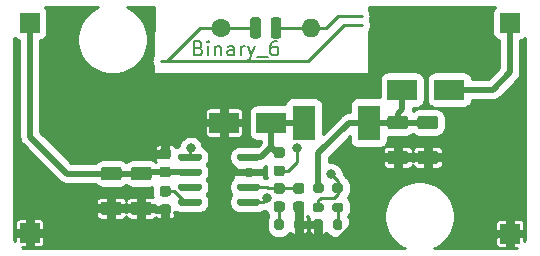
<source format=gtl>
%TF.GenerationSoftware,KiCad,Pcbnew,(5.1.9)-1*%
%TF.CreationDate,2021-01-18T19:47:50+01:00*%
%TF.ProjectId,DC-DC-only,44432d44-432d-46f6-9e6c-792e6b696361,rev?*%
%TF.SameCoordinates,Original*%
%TF.FileFunction,Copper,L1,Top*%
%TF.FilePolarity,Positive*%
%FSLAX46Y46*%
G04 Gerber Fmt 4.6, Leading zero omitted, Abs format (unit mm)*
G04 Created by KiCad (PCBNEW (5.1.9)-1) date 2021-01-18 19:47:50*
%MOMM*%
%LPD*%
G01*
G04 APERTURE LIST*
%ADD10C,0.200000*%
%TA.AperFunction,EtchedComponent*%
%ADD11C,0.250000*%
%TD*%
%TA.AperFunction,SMDPad,CuDef*%
%ADD12R,2.500000X1.800000*%
%TD*%
%TA.AperFunction,ComponentPad*%
%ADD13R,1.700000X1.700000*%
%TD*%
%TA.AperFunction,SMDPad,CuDef*%
%ADD14R,1.950000X3.000000*%
%TD*%
%TA.AperFunction,ComponentPad*%
%ADD15C,1.600000*%
%TD*%
%TA.AperFunction,ComponentPad*%
%ADD16O,1.600000X1.600000*%
%TD*%
%TA.AperFunction,ViaPad*%
%ADD17C,0.800000*%
%TD*%
%TA.AperFunction,Conductor*%
%ADD18C,0.500000*%
%TD*%
%TA.AperFunction,Conductor*%
%ADD19C,0.250000*%
%TD*%
%TA.AperFunction,Conductor*%
%ADD20C,0.254000*%
%TD*%
%TA.AperFunction,Conductor*%
%ADD21C,0.100000*%
%TD*%
G04 APERTURE END LIST*
%TO.C,LO1*%
D10*
X119291742Y-83337085D02*
X119463171Y-83394228D01*
X119520314Y-83451371D01*
X119577457Y-83565657D01*
X119577457Y-83737085D01*
X119520314Y-83851371D01*
X119463171Y-83908514D01*
X119348885Y-83965657D01*
X118891742Y-83965657D01*
X118891742Y-82765657D01*
X119291742Y-82765657D01*
X119406028Y-82822800D01*
X119463171Y-82879942D01*
X119520314Y-82994228D01*
X119520314Y-83108514D01*
X119463171Y-83222800D01*
X119406028Y-83279942D01*
X119291742Y-83337085D01*
X118891742Y-83337085D01*
X120091742Y-83965657D02*
X120091742Y-83165657D01*
X120091742Y-82765657D02*
X120034600Y-82822800D01*
X120091742Y-82879942D01*
X120148885Y-82822800D01*
X120091742Y-82765657D01*
X120091742Y-82879942D01*
X120663171Y-83165657D02*
X120663171Y-83965657D01*
X120663171Y-83279942D02*
X120720314Y-83222800D01*
X120834600Y-83165657D01*
X121006028Y-83165657D01*
X121120314Y-83222800D01*
X121177457Y-83337085D01*
X121177457Y-83965657D01*
X122263171Y-83965657D02*
X122263171Y-83337085D01*
X122206028Y-83222800D01*
X122091742Y-83165657D01*
X121863171Y-83165657D01*
X121748885Y-83222800D01*
X122263171Y-83908514D02*
X122148885Y-83965657D01*
X121863171Y-83965657D01*
X121748885Y-83908514D01*
X121691742Y-83794228D01*
X121691742Y-83679942D01*
X121748885Y-83565657D01*
X121863171Y-83508514D01*
X122148885Y-83508514D01*
X122263171Y-83451371D01*
X122834600Y-83965657D02*
X122834600Y-83165657D01*
X122834600Y-83394228D02*
X122891742Y-83279942D01*
X122948885Y-83222800D01*
X123063171Y-83165657D01*
X123177457Y-83165657D01*
X123463171Y-83165657D02*
X123748885Y-83965657D01*
X124034600Y-83165657D02*
X123748885Y-83965657D01*
X123634600Y-84251371D01*
X123577457Y-84308514D01*
X123463171Y-84365657D01*
X124206028Y-84079942D02*
X125120314Y-84079942D01*
X125920314Y-82765657D02*
X125691742Y-82765657D01*
X125577457Y-82822800D01*
X125520314Y-82879942D01*
X125406028Y-83051371D01*
X125348885Y-83279942D01*
X125348885Y-83737085D01*
X125406028Y-83851371D01*
X125463171Y-83908514D01*
X125577457Y-83965657D01*
X125806028Y-83965657D01*
X125920314Y-83908514D01*
X125977457Y-83851371D01*
X126034600Y-83737085D01*
X126034600Y-83451371D01*
X125977457Y-83337085D01*
X125920314Y-83279942D01*
X125806028Y-83222800D01*
X125577457Y-83222800D01*
X125463171Y-83279942D01*
X125406028Y-83337085D01*
X125348885Y-83451371D01*
D11*
X128530600Y-84438800D02*
X116059200Y-84438800D01*
X131578600Y-81390800D02*
X128530600Y-84438800D01*
X133128000Y-81390800D02*
X131578600Y-81390800D01*
X119386600Y-81644800D02*
X116592600Y-84438800D01*
X121164600Y-81644800D02*
X119386600Y-81644800D01*
X131070600Y-80628800D02*
X133077200Y-80628800D01*
X130054600Y-81644800D02*
X131070600Y-80628800D01*
X128784600Y-81644800D02*
X130054600Y-81644800D01*
X126244600Y-81644800D02*
X128784600Y-81644800D01*
X121164600Y-81644800D02*
X123704600Y-81644800D01*
%TD*%
%TO.P,C1,2*%
%TO.N,GND*%
%TA.AperFunction,SMDPad,CuDef*%
G36*
G01*
X111236999Y-96355000D02*
X112537001Y-96355000D01*
G75*
G02*
X112787000Y-96604999I0J-249999D01*
G01*
X112787000Y-97255001D01*
G75*
G02*
X112537001Y-97505000I-249999J0D01*
G01*
X111236999Y-97505000D01*
G75*
G02*
X110987000Y-97255001I0J249999D01*
G01*
X110987000Y-96604999D01*
G75*
G02*
X111236999Y-96355000I249999J0D01*
G01*
G37*
%TD.AperFunction*%
%TO.P,C1,1*%
%TO.N,Net-(C1-Pad1)*%
%TA.AperFunction,SMDPad,CuDef*%
G36*
G01*
X111236999Y-93405000D02*
X112537001Y-93405000D01*
G75*
G02*
X112787000Y-93654999I0J-249999D01*
G01*
X112787000Y-94305001D01*
G75*
G02*
X112537001Y-94555000I-249999J0D01*
G01*
X111236999Y-94555000D01*
G75*
G02*
X110987000Y-94305001I0J249999D01*
G01*
X110987000Y-93654999D01*
G75*
G02*
X111236999Y-93405000I249999J0D01*
G01*
G37*
%TD.AperFunction*%
%TD*%
%TO.P,C2,2*%
%TO.N,GND*%
%TA.AperFunction,SMDPad,CuDef*%
G36*
G01*
X113776999Y-96355000D02*
X115077001Y-96355000D01*
G75*
G02*
X115327000Y-96604999I0J-249999D01*
G01*
X115327000Y-97255001D01*
G75*
G02*
X115077001Y-97505000I-249999J0D01*
G01*
X113776999Y-97505000D01*
G75*
G02*
X113527000Y-97255001I0J249999D01*
G01*
X113527000Y-96604999D01*
G75*
G02*
X113776999Y-96355000I249999J0D01*
G01*
G37*
%TD.AperFunction*%
%TO.P,C2,1*%
%TO.N,Net-(C1-Pad1)*%
%TA.AperFunction,SMDPad,CuDef*%
G36*
G01*
X113776999Y-93405000D02*
X115077001Y-93405000D01*
G75*
G02*
X115327000Y-93654999I0J-249999D01*
G01*
X115327000Y-94305001D01*
G75*
G02*
X115077001Y-94555000I-249999J0D01*
G01*
X113776999Y-94555000D01*
G75*
G02*
X113527000Y-94305001I0J249999D01*
G01*
X113527000Y-93654999D01*
G75*
G02*
X113776999Y-93405000I249999J0D01*
G01*
G37*
%TD.AperFunction*%
%TD*%
%TO.P,C3,2*%
%TO.N,GND*%
%TA.AperFunction,SMDPad,CuDef*%
G36*
G01*
X116709000Y-92753000D02*
X116209000Y-92753000D01*
G75*
G02*
X115984000Y-92528000I0J225000D01*
G01*
X115984000Y-92078000D01*
G75*
G02*
X116209000Y-91853000I225000J0D01*
G01*
X116709000Y-91853000D01*
G75*
G02*
X116934000Y-92078000I0J-225000D01*
G01*
X116934000Y-92528000D01*
G75*
G02*
X116709000Y-92753000I-225000J0D01*
G01*
G37*
%TD.AperFunction*%
%TO.P,C3,1*%
%TO.N,Net-(C1-Pad1)*%
%TA.AperFunction,SMDPad,CuDef*%
G36*
G01*
X116709000Y-94303000D02*
X116209000Y-94303000D01*
G75*
G02*
X115984000Y-94078000I0J225000D01*
G01*
X115984000Y-93628000D01*
G75*
G02*
X116209000Y-93403000I225000J0D01*
G01*
X116709000Y-93403000D01*
G75*
G02*
X116934000Y-93628000I0J-225000D01*
G01*
X116934000Y-94078000D01*
G75*
G02*
X116709000Y-94303000I-225000J0D01*
G01*
G37*
%TD.AperFunction*%
%TD*%
%TO.P,C4,2*%
%TO.N,Net-(C4-Pad2)*%
%TA.AperFunction,SMDPad,CuDef*%
G36*
G01*
X125861000Y-93302000D02*
X126361000Y-93302000D01*
G75*
G02*
X126586000Y-93527000I0J-225000D01*
G01*
X126586000Y-93977000D01*
G75*
G02*
X126361000Y-94202000I-225000J0D01*
G01*
X125861000Y-94202000D01*
G75*
G02*
X125636000Y-93977000I0J225000D01*
G01*
X125636000Y-93527000D01*
G75*
G02*
X125861000Y-93302000I225000J0D01*
G01*
G37*
%TD.AperFunction*%
%TO.P,C4,1*%
%TO.N,Net-(C4-Pad1)*%
%TA.AperFunction,SMDPad,CuDef*%
G36*
G01*
X125861000Y-91752000D02*
X126361000Y-91752000D01*
G75*
G02*
X126586000Y-91977000I0J-225000D01*
G01*
X126586000Y-92427000D01*
G75*
G02*
X126361000Y-92652000I-225000J0D01*
G01*
X125861000Y-92652000D01*
G75*
G02*
X125636000Y-92427000I0J225000D01*
G01*
X125636000Y-91977000D01*
G75*
G02*
X125861000Y-91752000I225000J0D01*
G01*
G37*
%TD.AperFunction*%
%TD*%
%TO.P,C5,2*%
%TO.N,GND*%
%TA.AperFunction,SMDPad,CuDef*%
G36*
G01*
X116209000Y-96578000D02*
X116709000Y-96578000D01*
G75*
G02*
X116934000Y-96803000I0J-225000D01*
G01*
X116934000Y-97253000D01*
G75*
G02*
X116709000Y-97478000I-225000J0D01*
G01*
X116209000Y-97478000D01*
G75*
G02*
X115984000Y-97253000I0J225000D01*
G01*
X115984000Y-96803000D01*
G75*
G02*
X116209000Y-96578000I225000J0D01*
G01*
G37*
%TD.AperFunction*%
%TO.P,C5,1*%
%TO.N,Net-(C5-Pad1)*%
%TA.AperFunction,SMDPad,CuDef*%
G36*
G01*
X116209000Y-95028000D02*
X116709000Y-95028000D01*
G75*
G02*
X116934000Y-95253000I0J-225000D01*
G01*
X116934000Y-95703000D01*
G75*
G02*
X116709000Y-95928000I-225000J0D01*
G01*
X116209000Y-95928000D01*
G75*
G02*
X115984000Y-95703000I0J225000D01*
G01*
X115984000Y-95253000D01*
G75*
G02*
X116209000Y-95028000I225000J0D01*
G01*
G37*
%TD.AperFunction*%
%TD*%
%TO.P,C6,2*%
%TO.N,Net-(C6-Pad2)*%
%TA.AperFunction,SMDPad,CuDef*%
G36*
G01*
X125861000Y-96337000D02*
X126361000Y-96337000D01*
G75*
G02*
X126586000Y-96562000I0J-225000D01*
G01*
X126586000Y-97012000D01*
G75*
G02*
X126361000Y-97237000I-225000J0D01*
G01*
X125861000Y-97237000D01*
G75*
G02*
X125636000Y-97012000I0J225000D01*
G01*
X125636000Y-96562000D01*
G75*
G02*
X125861000Y-96337000I225000J0D01*
G01*
G37*
%TD.AperFunction*%
%TO.P,C6,1*%
%TO.N,Net-(C6-Pad1)*%
%TA.AperFunction,SMDPad,CuDef*%
G36*
G01*
X125861000Y-94787000D02*
X126361000Y-94787000D01*
G75*
G02*
X126586000Y-95012000I0J-225000D01*
G01*
X126586000Y-95462000D01*
G75*
G02*
X126361000Y-95687000I-225000J0D01*
G01*
X125861000Y-95687000D01*
G75*
G02*
X125636000Y-95462000I0J225000D01*
G01*
X125636000Y-95012000D01*
G75*
G02*
X125861000Y-94787000I225000J0D01*
G01*
G37*
%TD.AperFunction*%
%TD*%
%TO.P,C7,2*%
%TO.N,GND*%
%TA.AperFunction,SMDPad,CuDef*%
G36*
G01*
X127512000Y-96337000D02*
X128012000Y-96337000D01*
G75*
G02*
X128237000Y-96562000I0J-225000D01*
G01*
X128237000Y-97012000D01*
G75*
G02*
X128012000Y-97237000I-225000J0D01*
G01*
X127512000Y-97237000D01*
G75*
G02*
X127287000Y-97012000I0J225000D01*
G01*
X127287000Y-96562000D01*
G75*
G02*
X127512000Y-96337000I225000J0D01*
G01*
G37*
%TD.AperFunction*%
%TO.P,C7,1*%
%TO.N,Net-(C6-Pad1)*%
%TA.AperFunction,SMDPad,CuDef*%
G36*
G01*
X127512000Y-94787000D02*
X128012000Y-94787000D01*
G75*
G02*
X128237000Y-95012000I0J-225000D01*
G01*
X128237000Y-95462000D01*
G75*
G02*
X128012000Y-95687000I-225000J0D01*
G01*
X127512000Y-95687000D01*
G75*
G02*
X127287000Y-95462000I0J225000D01*
G01*
X127287000Y-95012000D01*
G75*
G02*
X127512000Y-94787000I225000J0D01*
G01*
G37*
%TD.AperFunction*%
%TD*%
%TO.P,C8,2*%
%TO.N,GND*%
%TA.AperFunction,SMDPad,CuDef*%
G36*
G01*
X135493999Y-92037000D02*
X136794001Y-92037000D01*
G75*
G02*
X137044000Y-92286999I0J-249999D01*
G01*
X137044000Y-92937001D01*
G75*
G02*
X136794001Y-93187000I-249999J0D01*
G01*
X135493999Y-93187000D01*
G75*
G02*
X135244000Y-92937001I0J249999D01*
G01*
X135244000Y-92286999D01*
G75*
G02*
X135493999Y-92037000I249999J0D01*
G01*
G37*
%TD.AperFunction*%
%TO.P,C8,1*%
%TO.N,Net-(C8-Pad1)*%
%TA.AperFunction,SMDPad,CuDef*%
G36*
G01*
X135493999Y-89087000D02*
X136794001Y-89087000D01*
G75*
G02*
X137044000Y-89336999I0J-249999D01*
G01*
X137044000Y-89987001D01*
G75*
G02*
X136794001Y-90237000I-249999J0D01*
G01*
X135493999Y-90237000D01*
G75*
G02*
X135244000Y-89987001I0J249999D01*
G01*
X135244000Y-89336999D01*
G75*
G02*
X135493999Y-89087000I249999J0D01*
G01*
G37*
%TD.AperFunction*%
%TD*%
%TO.P,C9,2*%
%TO.N,GND*%
%TA.AperFunction,SMDPad,CuDef*%
G36*
G01*
X138033999Y-92037000D02*
X139334001Y-92037000D01*
G75*
G02*
X139584000Y-92286999I0J-249999D01*
G01*
X139584000Y-92937001D01*
G75*
G02*
X139334001Y-93187000I-249999J0D01*
G01*
X138033999Y-93187000D01*
G75*
G02*
X137784000Y-92937001I0J249999D01*
G01*
X137784000Y-92286999D01*
G75*
G02*
X138033999Y-92037000I249999J0D01*
G01*
G37*
%TD.AperFunction*%
%TO.P,C9,1*%
%TO.N,Net-(C8-Pad1)*%
%TA.AperFunction,SMDPad,CuDef*%
G36*
G01*
X138033999Y-89087000D02*
X139334001Y-89087000D01*
G75*
G02*
X139584000Y-89336999I0J-249999D01*
G01*
X139584000Y-89987001D01*
G75*
G02*
X139334001Y-90237000I-249999J0D01*
G01*
X138033999Y-90237000D01*
G75*
G02*
X137784000Y-89987001I0J249999D01*
G01*
X137784000Y-89336999D01*
G75*
G02*
X138033999Y-89087000I249999J0D01*
G01*
G37*
%TD.AperFunction*%
%TD*%
D12*
%TO.P,D1,2*%
%TO.N,GND*%
X121444000Y-89662000D03*
%TO.P,D1,1*%
%TO.N,Net-(C4-Pad1)*%
X125444000Y-89662000D03*
%TD*%
D13*
%TO.P,J1,1*%
%TO.N,Net-(C1-Pad1)*%
X105000000Y-81220000D03*
%TD*%
%TO.P,J2,1*%
%TO.N,GND*%
X145640000Y-99060000D03*
%TD*%
%TO.P,J3,1*%
%TO.N,Net-(D2-Pad1)*%
X145640000Y-81220000D03*
%TD*%
%TO.P,J4,1*%
%TO.N,GND*%
X105000000Y-99000000D03*
%TD*%
D14*
%TO.P,L1,2*%
%TO.N,Net-(C8-Pad1)*%
X133687000Y-89662000D03*
%TO.P,L1,1*%
%TO.N,Net-(C4-Pad1)*%
X128187000Y-89662000D03*
%TD*%
%TO.P,R3,2*%
%TO.N,GND*%
%TA.AperFunction,SMDPad,CuDef*%
G36*
G01*
X127348800Y-98573000D02*
X127348800Y-98023000D01*
G75*
G02*
X127548800Y-97823000I200000J0D01*
G01*
X127948800Y-97823000D01*
G75*
G02*
X128148800Y-98023000I0J-200000D01*
G01*
X128148800Y-98573000D01*
G75*
G02*
X127948800Y-98773000I-200000J0D01*
G01*
X127548800Y-98773000D01*
G75*
G02*
X127348800Y-98573000I0J200000D01*
G01*
G37*
%TD.AperFunction*%
%TO.P,R3,1*%
%TO.N,Net-(C6-Pad2)*%
%TA.AperFunction,SMDPad,CuDef*%
G36*
G01*
X125698800Y-98573000D02*
X125698800Y-98023000D01*
G75*
G02*
X125898800Y-97823000I200000J0D01*
G01*
X126298800Y-97823000D01*
G75*
G02*
X126498800Y-98023000I0J-200000D01*
G01*
X126498800Y-98573000D01*
G75*
G02*
X126298800Y-98773000I-200000J0D01*
G01*
X125898800Y-98773000D01*
G75*
G02*
X125698800Y-98573000I0J200000D01*
G01*
G37*
%TD.AperFunction*%
%TD*%
%TO.P,R5,2*%
%TO.N,Net-(R5-Pad2)*%
%TA.AperFunction,SMDPad,CuDef*%
G36*
G01*
X129138000Y-96437000D02*
X129688000Y-96437000D01*
G75*
G02*
X129888000Y-96637000I0J-200000D01*
G01*
X129888000Y-97037000D01*
G75*
G02*
X129688000Y-97237000I-200000J0D01*
G01*
X129138000Y-97237000D01*
G75*
G02*
X128938000Y-97037000I0J200000D01*
G01*
X128938000Y-96637000D01*
G75*
G02*
X129138000Y-96437000I200000J0D01*
G01*
G37*
%TD.AperFunction*%
%TO.P,R5,1*%
%TO.N,Net-(C8-Pad1)*%
%TA.AperFunction,SMDPad,CuDef*%
G36*
G01*
X129138000Y-94787000D02*
X129688000Y-94787000D01*
G75*
G02*
X129888000Y-94987000I0J-200000D01*
G01*
X129888000Y-95387000D01*
G75*
G02*
X129688000Y-95587000I-200000J0D01*
G01*
X129138000Y-95587000D01*
G75*
G02*
X128938000Y-95387000I0J200000D01*
G01*
X128938000Y-94987000D01*
G75*
G02*
X129138000Y-94787000I200000J0D01*
G01*
G37*
%TD.AperFunction*%
%TD*%
%TO.P,R6,2*%
%TO.N,Net-(R6-Pad2)*%
%TA.AperFunction,SMDPad,CuDef*%
G36*
G01*
X130789000Y-96437000D02*
X131339000Y-96437000D01*
G75*
G02*
X131539000Y-96637000I0J-200000D01*
G01*
X131539000Y-97037000D01*
G75*
G02*
X131339000Y-97237000I-200000J0D01*
G01*
X130789000Y-97237000D01*
G75*
G02*
X130589000Y-97037000I0J200000D01*
G01*
X130589000Y-96637000D01*
G75*
G02*
X130789000Y-96437000I200000J0D01*
G01*
G37*
%TD.AperFunction*%
%TO.P,R6,1*%
%TO.N,Net-(R5-Pad2)*%
%TA.AperFunction,SMDPad,CuDef*%
G36*
G01*
X130789000Y-94787000D02*
X131339000Y-94787000D01*
G75*
G02*
X131539000Y-94987000I0J-200000D01*
G01*
X131539000Y-95387000D01*
G75*
G02*
X131339000Y-95587000I-200000J0D01*
G01*
X130789000Y-95587000D01*
G75*
G02*
X130589000Y-95387000I0J200000D01*
G01*
X130589000Y-94987000D01*
G75*
G02*
X130789000Y-94787000I200000J0D01*
G01*
G37*
%TD.AperFunction*%
%TD*%
%TO.P,R7,2*%
%TO.N,GND*%
%TA.AperFunction,SMDPad,CuDef*%
G36*
G01*
X129800800Y-98023000D02*
X129800800Y-98573000D01*
G75*
G02*
X129600800Y-98773000I-200000J0D01*
G01*
X129200800Y-98773000D01*
G75*
G02*
X129000800Y-98573000I0J200000D01*
G01*
X129000800Y-98023000D01*
G75*
G02*
X129200800Y-97823000I200000J0D01*
G01*
X129600800Y-97823000D01*
G75*
G02*
X129800800Y-98023000I0J-200000D01*
G01*
G37*
%TD.AperFunction*%
%TO.P,R7,1*%
%TO.N,Net-(R6-Pad2)*%
%TA.AperFunction,SMDPad,CuDef*%
G36*
G01*
X131450800Y-98023000D02*
X131450800Y-98573000D01*
G75*
G02*
X131250800Y-98773000I-200000J0D01*
G01*
X130850800Y-98773000D01*
G75*
G02*
X130650800Y-98573000I0J200000D01*
G01*
X130650800Y-98023000D01*
G75*
G02*
X130850800Y-97823000I200000J0D01*
G01*
X131250800Y-97823000D01*
G75*
G02*
X131450800Y-98023000I0J-200000D01*
G01*
G37*
%TD.AperFunction*%
%TD*%
%TO.P,U1,8*%
%TO.N,Net-(C4-Pad1)*%
%TA.AperFunction,SMDPad,CuDef*%
G36*
G01*
X122531000Y-92733000D02*
X122531000Y-92433000D01*
G75*
G02*
X122681000Y-92283000I150000J0D01*
G01*
X124331000Y-92283000D01*
G75*
G02*
X124481000Y-92433000I0J-150000D01*
G01*
X124481000Y-92733000D01*
G75*
G02*
X124331000Y-92883000I-150000J0D01*
G01*
X122681000Y-92883000D01*
G75*
G02*
X122531000Y-92733000I0J150000D01*
G01*
G37*
%TD.AperFunction*%
%TO.P,U1,7*%
%TO.N,GND*%
%TA.AperFunction,SMDPad,CuDef*%
G36*
G01*
X122531000Y-94003000D02*
X122531000Y-93703000D01*
G75*
G02*
X122681000Y-93553000I150000J0D01*
G01*
X124331000Y-93553000D01*
G75*
G02*
X124481000Y-93703000I0J-150000D01*
G01*
X124481000Y-94003000D01*
G75*
G02*
X124331000Y-94153000I-150000J0D01*
G01*
X122681000Y-94153000D01*
G75*
G02*
X122531000Y-94003000I0J150000D01*
G01*
G37*
%TD.AperFunction*%
%TO.P,U1,6*%
%TO.N,Net-(C6-Pad1)*%
%TA.AperFunction,SMDPad,CuDef*%
G36*
G01*
X122531000Y-95273000D02*
X122531000Y-94973000D01*
G75*
G02*
X122681000Y-94823000I150000J0D01*
G01*
X124331000Y-94823000D01*
G75*
G02*
X124481000Y-94973000I0J-150000D01*
G01*
X124481000Y-95273000D01*
G75*
G02*
X124331000Y-95423000I-150000J0D01*
G01*
X122681000Y-95423000D01*
G75*
G02*
X122531000Y-95273000I0J150000D01*
G01*
G37*
%TD.AperFunction*%
%TO.P,U1,5*%
%TO.N,Net-(R5-Pad2)*%
%TA.AperFunction,SMDPad,CuDef*%
G36*
G01*
X122531000Y-96543000D02*
X122531000Y-96243000D01*
G75*
G02*
X122681000Y-96093000I150000J0D01*
G01*
X124331000Y-96093000D01*
G75*
G02*
X124481000Y-96243000I0J-150000D01*
G01*
X124481000Y-96543000D01*
G75*
G02*
X124331000Y-96693000I-150000J0D01*
G01*
X122681000Y-96693000D01*
G75*
G02*
X122531000Y-96543000I0J150000D01*
G01*
G37*
%TD.AperFunction*%
%TO.P,U1,4*%
%TO.N,Net-(C5-Pad1)*%
%TA.AperFunction,SMDPad,CuDef*%
G36*
G01*
X117581000Y-96543000D02*
X117581000Y-96243000D01*
G75*
G02*
X117731000Y-96093000I150000J0D01*
G01*
X119381000Y-96093000D01*
G75*
G02*
X119531000Y-96243000I0J-150000D01*
G01*
X119531000Y-96543000D01*
G75*
G02*
X119381000Y-96693000I-150000J0D01*
G01*
X117731000Y-96693000D01*
G75*
G02*
X117581000Y-96543000I0J150000D01*
G01*
G37*
%TD.AperFunction*%
%TO.P,U1,3*%
%TO.N,Net-(U1-Pad3)*%
%TA.AperFunction,SMDPad,CuDef*%
G36*
G01*
X117581000Y-95273000D02*
X117581000Y-94973000D01*
G75*
G02*
X117731000Y-94823000I150000J0D01*
G01*
X119381000Y-94823000D01*
G75*
G02*
X119531000Y-94973000I0J-150000D01*
G01*
X119531000Y-95273000D01*
G75*
G02*
X119381000Y-95423000I-150000J0D01*
G01*
X117731000Y-95423000D01*
G75*
G02*
X117581000Y-95273000I0J150000D01*
G01*
G37*
%TD.AperFunction*%
%TO.P,U1,2*%
%TO.N,Net-(C1-Pad1)*%
%TA.AperFunction,SMDPad,CuDef*%
G36*
G01*
X117581000Y-94003000D02*
X117581000Y-93703000D01*
G75*
G02*
X117731000Y-93553000I150000J0D01*
G01*
X119381000Y-93553000D01*
G75*
G02*
X119531000Y-93703000I0J-150000D01*
G01*
X119531000Y-94003000D01*
G75*
G02*
X119381000Y-94153000I-150000J0D01*
G01*
X117731000Y-94153000D01*
G75*
G02*
X117581000Y-94003000I0J150000D01*
G01*
G37*
%TD.AperFunction*%
%TO.P,U1,1*%
%TO.N,Net-(C4-Pad2)*%
%TA.AperFunction,SMDPad,CuDef*%
G36*
G01*
X117581000Y-92733000D02*
X117581000Y-92433000D01*
G75*
G02*
X117731000Y-92283000I150000J0D01*
G01*
X119381000Y-92283000D01*
G75*
G02*
X119531000Y-92433000I0J-150000D01*
G01*
X119531000Y-92733000D01*
G75*
G02*
X119381000Y-92883000I-150000J0D01*
G01*
X117731000Y-92883000D01*
G75*
G02*
X117581000Y-92733000I0J150000D01*
G01*
G37*
%TD.AperFunction*%
%TD*%
D15*
%TO.P,LO1,2*%
%TO.N,N/C*%
X121164600Y-81644800D03*
D16*
%TO.P,LO1,1*%
X128784600Y-81644800D03*
%TO.P,LO1,*%
%TO.N,*%
%TA.AperFunction,SMDPad,CuDef*%
G36*
G01*
X123654600Y-82319800D02*
X123654600Y-80969800D01*
G75*
G02*
X123879600Y-80744800I225000J0D01*
G01*
X124329600Y-80744800D01*
G75*
G02*
X124554600Y-80969800I0J-225000D01*
G01*
X124554600Y-82319800D01*
G75*
G02*
X124329600Y-82544800I-225000J0D01*
G01*
X123879600Y-82544800D01*
G75*
G02*
X123654600Y-82319800I0J225000D01*
G01*
G37*
%TD.AperFunction*%
%TA.AperFunction,SMDPad,CuDef*%
G36*
G01*
X125394600Y-82319800D02*
X125394600Y-80969800D01*
G75*
G02*
X125619600Y-80744800I225000J0D01*
G01*
X126069600Y-80744800D01*
G75*
G02*
X126294600Y-80969800I0J-225000D01*
G01*
X126294600Y-82319800D01*
G75*
G02*
X126069600Y-82544800I-225000J0D01*
G01*
X125619600Y-82544800D01*
G75*
G02*
X125394600Y-82319800I0J225000D01*
G01*
G37*
%TD.AperFunction*%
%TD*%
D12*
%TO.P,D2,1*%
%TO.N,Net-(D2-Pad1)*%
X140525000Y-86868000D03*
%TO.P,D2,2*%
%TO.N,Net-(C8-Pad1)*%
X136525000Y-86868000D03*
%TD*%
D17*
%TO.N,Net-(C4-Pad2)*%
X118618000Y-91821000D03*
X127575812Y-91849302D03*
%TO.N,Net-(R5-Pad2)*%
X125066000Y-96079000D03*
X130527000Y-94047000D03*
%TD*%
D18*
%TO.N,Net-(C1-Pad1)*%
X111887000Y-93980000D02*
X114427000Y-93980000D01*
X118556000Y-93853000D02*
X116459000Y-93853000D01*
X114554000Y-93853000D02*
X114427000Y-93980000D01*
X116459000Y-93853000D02*
X114554000Y-93853000D01*
X111887000Y-93980000D02*
X108130000Y-93980000D01*
X105000000Y-90850000D02*
X105000000Y-81220000D01*
X108130000Y-93980000D02*
X105000000Y-90850000D01*
%TO.N,GND*%
X111887000Y-96930000D02*
X114427000Y-96930000D01*
X114525000Y-97028000D02*
X114427000Y-96930000D01*
X116459000Y-97028000D02*
X114525000Y-97028000D01*
X127762000Y-98284800D02*
X127748800Y-98298000D01*
X127762000Y-96787000D02*
X127762000Y-98284800D01*
X129400800Y-98298000D02*
X127748800Y-98298000D01*
X116459000Y-92303000D02*
X116459000Y-91059000D01*
X117856000Y-89662000D02*
X121444000Y-89662000D01*
X116459000Y-91059000D02*
X117856000Y-89662000D01*
X121444000Y-92766000D02*
X121444000Y-89662000D01*
X122531000Y-93853000D02*
X121444000Y-92766000D01*
X123506000Y-93853000D02*
X122531000Y-93853000D01*
X121444000Y-92766000D02*
X121444000Y-97949000D01*
X121444000Y-97949000D02*
X123063000Y-99568000D01*
X123063000Y-99568000D02*
X127381000Y-99568000D01*
X127748800Y-99200200D02*
X127748800Y-98298000D01*
X127381000Y-99568000D02*
X127748800Y-99200200D01*
X131175054Y-99568000D02*
X132461000Y-98282054D01*
X127381000Y-99568000D02*
X131175054Y-99568000D01*
X132461000Y-98282054D02*
X132461000Y-93472000D01*
X133321000Y-92612000D02*
X136144000Y-92612000D01*
X132461000Y-93472000D02*
X133321000Y-92612000D01*
X136144000Y-92612000D02*
X138684000Y-92612000D01*
X145640000Y-91358000D02*
X145640000Y-99060000D01*
X144481000Y-90199000D02*
X145640000Y-91358000D01*
X105000000Y-97610000D02*
X105000000Y-99000000D01*
X105680000Y-96930000D02*
X105000000Y-97610000D01*
X111887000Y-96930000D02*
X105680000Y-96930000D01*
%TO.N,Net-(C4-Pad1)*%
X123506000Y-92583000D02*
X124587000Y-92583000D01*
X125444000Y-91726000D02*
X125444000Y-89662000D01*
X124587000Y-92583000D02*
X125444000Y-91726000D01*
X125444000Y-89662000D02*
X128187000Y-89662000D01*
X125920000Y-92202000D02*
X125444000Y-91726000D01*
X126111000Y-92202000D02*
X125920000Y-92202000D01*
D19*
%TO.N,Net-(C4-Pad2)*%
X118556000Y-91883000D02*
X118618000Y-91821000D01*
X118556000Y-92583000D02*
X118556000Y-91883000D01*
X127575812Y-91849302D02*
X127575812Y-93023188D01*
X126847000Y-93752000D02*
X126111000Y-93752000D01*
X127575812Y-93023188D02*
X126847000Y-93752000D01*
%TO.N,Net-(C5-Pad1)*%
X118556000Y-96393000D02*
X118110000Y-96393000D01*
X117195000Y-95478000D02*
X116459000Y-95478000D01*
X118110000Y-96393000D02*
X117195000Y-95478000D01*
%TO.N,Net-(C6-Pad2)*%
X126111000Y-98285800D02*
X126098800Y-98298000D01*
X126111000Y-96787000D02*
X126111000Y-98285800D01*
%TO.N,Net-(C6-Pad1)*%
X126111000Y-95224000D02*
X127762000Y-95224000D01*
X126111000Y-95224000D02*
X125196000Y-95224000D01*
X125095000Y-95123000D02*
X123506000Y-95123000D01*
X125196000Y-95224000D02*
X125095000Y-95123000D01*
D18*
%TO.N,Net-(C8-Pad1)*%
X133687000Y-89662000D02*
X136144000Y-89662000D01*
X136144000Y-89662000D02*
X138684000Y-89662000D01*
X136144000Y-89662000D02*
X136144000Y-88900000D01*
X136525000Y-88519000D02*
X136525000Y-86868000D01*
X136144000Y-88900000D02*
X136525000Y-88519000D01*
X129413000Y-95187000D02*
X129413000Y-92248000D01*
X131999000Y-89662000D02*
X133687000Y-89662000D01*
X129413000Y-92248000D02*
X131999000Y-89662000D01*
D19*
%TO.N,Net-(R5-Pad2)*%
X131064000Y-95187000D02*
X131064000Y-95732600D01*
X131064000Y-95732600D02*
X130784600Y-96012000D01*
X130784600Y-96012000D02*
X129616200Y-96012000D01*
X129413000Y-96215200D02*
X129413000Y-96837000D01*
X129616200Y-96012000D02*
X129413000Y-96215200D01*
X124752000Y-96393000D02*
X125066000Y-96079000D01*
X123506000Y-96393000D02*
X124752000Y-96393000D01*
X129543975Y-96084225D02*
X129616200Y-96012000D01*
X129529416Y-96098784D02*
X129616200Y-96012000D01*
X131064000Y-94584000D02*
X130527000Y-94047000D01*
X131064000Y-95187000D02*
X131064000Y-94584000D01*
%TO.N,Net-(R6-Pad2)*%
X131064000Y-98284800D02*
X131050800Y-98298000D01*
X131064000Y-96837000D02*
X131064000Y-98284800D01*
D18*
%TO.N,Net-(D2-Pad1)*%
X140525000Y-86868000D02*
X144191000Y-86868000D01*
X145640000Y-85419000D02*
X145640000Y-81220000D01*
X144191000Y-86868000D02*
X145640000Y-85419000D01*
%TD*%
D20*
%TO.N,GND*%
X110589862Y-79971817D02*
X110102273Y-80297613D01*
X109687613Y-80712273D01*
X109361817Y-81199862D01*
X109137405Y-81741641D01*
X109023000Y-82316791D01*
X109023000Y-82903209D01*
X109137405Y-83478359D01*
X109361817Y-84020138D01*
X109687613Y-84507727D01*
X110102273Y-84922387D01*
X110589862Y-85248183D01*
X111131641Y-85472595D01*
X111706791Y-85587000D01*
X112293209Y-85587000D01*
X112868359Y-85472595D01*
X113410138Y-85248183D01*
X113897727Y-84922387D01*
X114312387Y-84507727D01*
X114638183Y-84020138D01*
X114862595Y-83478359D01*
X114977000Y-82903209D01*
X114977000Y-82316791D01*
X114862595Y-81741641D01*
X114638183Y-81199862D01*
X114312387Y-80712273D01*
X113897727Y-80297613D01*
X113410138Y-79971817D01*
X113248827Y-79905000D01*
X115528681Y-79905000D01*
X115443557Y-83990969D01*
X115424226Y-84014524D01*
X115353654Y-84146553D01*
X115310197Y-84289814D01*
X115295523Y-84438800D01*
X115310197Y-84587786D01*
X115353654Y-84731047D01*
X115424226Y-84863076D01*
X115425359Y-84864457D01*
X115414028Y-85408355D01*
X115416440Y-85435776D01*
X115423667Y-85459601D01*
X115435403Y-85481557D01*
X115451197Y-85500803D01*
X115470443Y-85516597D01*
X115492399Y-85528333D01*
X115516224Y-85535560D01*
X115541000Y-85538000D01*
X133575000Y-85538000D01*
X133599776Y-85535560D01*
X133623601Y-85528333D01*
X133645557Y-85516597D01*
X133664803Y-85500803D01*
X133680597Y-85481557D01*
X133692333Y-85459601D01*
X133699560Y-85435776D01*
X133702000Y-85411000D01*
X133702000Y-81889373D01*
X133762974Y-81815076D01*
X133833546Y-81683047D01*
X133877003Y-81539786D01*
X133891677Y-81390800D01*
X133877003Y-81241814D01*
X133833546Y-81098553D01*
X133762974Y-80966524D01*
X133760227Y-80963177D01*
X133782746Y-80921047D01*
X133826203Y-80777786D01*
X133840877Y-80628800D01*
X133826203Y-80479814D01*
X133782746Y-80336553D01*
X133712174Y-80204524D01*
X133702000Y-80192127D01*
X133702000Y-79905000D01*
X144355649Y-79905000D01*
X144338815Y-79918815D01*
X144259463Y-80015506D01*
X144200498Y-80125820D01*
X144164188Y-80245518D01*
X144151928Y-80370000D01*
X144151928Y-82070000D01*
X144164188Y-82194482D01*
X144200498Y-82314180D01*
X144259463Y-82424494D01*
X144338815Y-82521185D01*
X144435506Y-82600537D01*
X144545820Y-82659502D01*
X144665518Y-82695812D01*
X144755001Y-82704625D01*
X144755000Y-85052421D01*
X143824422Y-85983000D01*
X142413072Y-85983000D01*
X142413072Y-85968000D01*
X142400812Y-85843518D01*
X142364502Y-85723820D01*
X142305537Y-85613506D01*
X142226185Y-85516815D01*
X142129494Y-85437463D01*
X142019180Y-85378498D01*
X141899482Y-85342188D01*
X141775000Y-85329928D01*
X139275000Y-85329928D01*
X139150518Y-85342188D01*
X139030820Y-85378498D01*
X138920506Y-85437463D01*
X138823815Y-85516815D01*
X138744463Y-85613506D01*
X138685498Y-85723820D01*
X138649188Y-85843518D01*
X138636928Y-85968000D01*
X138636928Y-87768000D01*
X138649188Y-87892482D01*
X138685498Y-88012180D01*
X138744463Y-88122494D01*
X138823815Y-88219185D01*
X138920506Y-88298537D01*
X139030820Y-88357502D01*
X139150518Y-88393812D01*
X139275000Y-88406072D01*
X141775000Y-88406072D01*
X141899482Y-88393812D01*
X142019180Y-88357502D01*
X142129494Y-88298537D01*
X142226185Y-88219185D01*
X142305537Y-88122494D01*
X142364502Y-88012180D01*
X142400812Y-87892482D01*
X142413072Y-87768000D01*
X142413072Y-87753000D01*
X144147531Y-87753000D01*
X144191000Y-87757281D01*
X144234469Y-87753000D01*
X144234477Y-87753000D01*
X144364490Y-87740195D01*
X144531313Y-87689589D01*
X144685059Y-87607411D01*
X144819817Y-87496817D01*
X144847534Y-87463044D01*
X146235050Y-86075529D01*
X146268817Y-86047817D01*
X146322012Y-85983000D01*
X146379410Y-85913060D01*
X146379411Y-85913059D01*
X146461589Y-85759313D01*
X146512195Y-85592490D01*
X146525000Y-85462477D01*
X146525000Y-85462467D01*
X146529281Y-85419001D01*
X146525000Y-85375535D01*
X146525000Y-82704625D01*
X146614482Y-82695812D01*
X146734180Y-82659502D01*
X146844494Y-82600537D01*
X146941185Y-82521185D01*
X146955000Y-82504351D01*
X146955001Y-99569393D01*
X146867913Y-99656481D01*
X146867000Y-99402250D01*
X146772750Y-99308000D01*
X145888000Y-99308000D01*
X145888000Y-100192750D01*
X145982250Y-100287000D01*
X146236481Y-100287913D01*
X146209394Y-100315000D01*
X139248827Y-100315000D01*
X139410138Y-100248183D01*
X139897727Y-99922387D01*
X139910114Y-99910000D01*
X144411176Y-99910000D01*
X144418455Y-99983905D01*
X144440012Y-100054970D01*
X144475019Y-100120463D01*
X144522131Y-100177869D01*
X144579537Y-100224981D01*
X144645030Y-100259988D01*
X144716095Y-100281545D01*
X144790000Y-100288824D01*
X145297750Y-100287000D01*
X145392000Y-100192750D01*
X145392000Y-99308000D01*
X144507250Y-99308000D01*
X144413000Y-99402250D01*
X144411176Y-99910000D01*
X139910114Y-99910000D01*
X140312387Y-99507727D01*
X140638183Y-99020138D01*
X140862595Y-98478359D01*
X140915975Y-98210000D01*
X144411176Y-98210000D01*
X144413000Y-98717750D01*
X144507250Y-98812000D01*
X145392000Y-98812000D01*
X145392000Y-97927250D01*
X145888000Y-97927250D01*
X145888000Y-98812000D01*
X146772750Y-98812000D01*
X146867000Y-98717750D01*
X146868824Y-98210000D01*
X146861545Y-98136095D01*
X146839988Y-98065030D01*
X146804981Y-97999537D01*
X146757869Y-97942131D01*
X146700463Y-97895019D01*
X146634970Y-97860012D01*
X146563905Y-97838455D01*
X146490000Y-97831176D01*
X145982250Y-97833000D01*
X145888000Y-97927250D01*
X145392000Y-97927250D01*
X145297750Y-97833000D01*
X144790000Y-97831176D01*
X144716095Y-97838455D01*
X144645030Y-97860012D01*
X144579537Y-97895019D01*
X144522131Y-97942131D01*
X144475019Y-97999537D01*
X144440012Y-98065030D01*
X144418455Y-98136095D01*
X144411176Y-98210000D01*
X140915975Y-98210000D01*
X140977000Y-97903209D01*
X140977000Y-97316791D01*
X140862595Y-96741641D01*
X140638183Y-96199862D01*
X140312387Y-95712273D01*
X139897727Y-95297613D01*
X139410138Y-94971817D01*
X138868359Y-94747405D01*
X138293209Y-94633000D01*
X137706791Y-94633000D01*
X137131641Y-94747405D01*
X136589862Y-94971817D01*
X136102273Y-95297613D01*
X135687613Y-95712273D01*
X135361817Y-96199862D01*
X135137405Y-96741641D01*
X135023000Y-97316791D01*
X135023000Y-97903209D01*
X135137405Y-98478359D01*
X135361817Y-99020138D01*
X135687613Y-99507727D01*
X136102273Y-99922387D01*
X136589862Y-100248183D01*
X136751173Y-100315000D01*
X104430606Y-100315000D01*
X104343734Y-100228128D01*
X104657750Y-100227000D01*
X104752000Y-100132750D01*
X104752000Y-99248000D01*
X105248000Y-99248000D01*
X105248000Y-100132750D01*
X105342250Y-100227000D01*
X105850000Y-100228824D01*
X105923905Y-100221545D01*
X105994970Y-100199988D01*
X106060463Y-100164981D01*
X106117869Y-100117869D01*
X106164981Y-100060463D01*
X106199988Y-99994970D01*
X106221545Y-99923905D01*
X106228824Y-99850000D01*
X106227000Y-99342250D01*
X106132750Y-99248000D01*
X105248000Y-99248000D01*
X104752000Y-99248000D01*
X103867250Y-99248000D01*
X103773000Y-99342250D01*
X103771872Y-99656266D01*
X103685000Y-99569394D01*
X103685000Y-98150000D01*
X103771176Y-98150000D01*
X103773000Y-98657750D01*
X103867250Y-98752000D01*
X104752000Y-98752000D01*
X104752000Y-97867250D01*
X105248000Y-97867250D01*
X105248000Y-98752000D01*
X106132750Y-98752000D01*
X106227000Y-98657750D01*
X106228824Y-98150000D01*
X106221545Y-98076095D01*
X106199988Y-98005030D01*
X106164981Y-97939537D01*
X106117869Y-97882131D01*
X106060463Y-97835019D01*
X105994970Y-97800012D01*
X105923905Y-97778455D01*
X105850000Y-97771176D01*
X105342250Y-97773000D01*
X105248000Y-97867250D01*
X104752000Y-97867250D01*
X104657750Y-97773000D01*
X104150000Y-97771176D01*
X104076095Y-97778455D01*
X104005030Y-97800012D01*
X103939537Y-97835019D01*
X103882131Y-97882131D01*
X103835019Y-97939537D01*
X103800012Y-98005030D01*
X103778455Y-98076095D01*
X103771176Y-98150000D01*
X103685000Y-98150000D01*
X103685000Y-97505000D01*
X110608176Y-97505000D01*
X110615455Y-97578905D01*
X110637012Y-97649970D01*
X110672019Y-97715463D01*
X110719131Y-97772869D01*
X110776537Y-97819981D01*
X110842030Y-97854988D01*
X110913095Y-97876545D01*
X110987000Y-97883824D01*
X111544750Y-97882000D01*
X111639000Y-97787750D01*
X111639000Y-97178000D01*
X112135000Y-97178000D01*
X112135000Y-97787750D01*
X112229250Y-97882000D01*
X112787000Y-97883824D01*
X112860905Y-97876545D01*
X112931970Y-97854988D01*
X112997463Y-97819981D01*
X113054869Y-97772869D01*
X113101981Y-97715463D01*
X113136988Y-97649970D01*
X113157000Y-97583998D01*
X113177012Y-97649970D01*
X113212019Y-97715463D01*
X113259131Y-97772869D01*
X113316537Y-97819981D01*
X113382030Y-97854988D01*
X113453095Y-97876545D01*
X113527000Y-97883824D01*
X114084750Y-97882000D01*
X114179000Y-97787750D01*
X114179000Y-97178000D01*
X114675000Y-97178000D01*
X114675000Y-97787750D01*
X114769250Y-97882000D01*
X115327000Y-97883824D01*
X115400905Y-97876545D01*
X115471970Y-97854988D01*
X115537463Y-97819981D01*
X115594869Y-97772869D01*
X115641981Y-97715463D01*
X115662716Y-97676671D01*
X115669019Y-97688463D01*
X115716131Y-97745869D01*
X115773537Y-97792981D01*
X115839030Y-97827988D01*
X115910095Y-97849545D01*
X115984000Y-97856824D01*
X116116750Y-97855000D01*
X116211000Y-97760750D01*
X116211000Y-97276000D01*
X115704029Y-97276000D01*
X115704000Y-97272250D01*
X115609750Y-97178000D01*
X114675000Y-97178000D01*
X114179000Y-97178000D01*
X113244250Y-97178000D01*
X113157000Y-97265250D01*
X113069750Y-97178000D01*
X112135000Y-97178000D01*
X111639000Y-97178000D01*
X110704250Y-97178000D01*
X110610000Y-97272250D01*
X110608176Y-97505000D01*
X103685000Y-97505000D01*
X103685000Y-96355000D01*
X110608176Y-96355000D01*
X110610000Y-96587750D01*
X110704250Y-96682000D01*
X111639000Y-96682000D01*
X111639000Y-96072250D01*
X112135000Y-96072250D01*
X112135000Y-96682000D01*
X113069750Y-96682000D01*
X113157000Y-96594750D01*
X113244250Y-96682000D01*
X114179000Y-96682000D01*
X114179000Y-96072250D01*
X114084750Y-95978000D01*
X113527000Y-95976176D01*
X113453095Y-95983455D01*
X113382030Y-96005012D01*
X113316537Y-96040019D01*
X113259131Y-96087131D01*
X113212019Y-96144537D01*
X113177012Y-96210030D01*
X113157000Y-96276002D01*
X113136988Y-96210030D01*
X113101981Y-96144537D01*
X113054869Y-96087131D01*
X112997463Y-96040019D01*
X112931970Y-96005012D01*
X112860905Y-95983455D01*
X112787000Y-95976176D01*
X112229250Y-95978000D01*
X112135000Y-96072250D01*
X111639000Y-96072250D01*
X111544750Y-95978000D01*
X110987000Y-95976176D01*
X110913095Y-95983455D01*
X110842030Y-96005012D01*
X110776537Y-96040019D01*
X110719131Y-96087131D01*
X110672019Y-96144537D01*
X110637012Y-96210030D01*
X110615455Y-96281095D01*
X110608176Y-96355000D01*
X103685000Y-96355000D01*
X103685000Y-82504351D01*
X103698815Y-82521185D01*
X103795506Y-82600537D01*
X103905820Y-82659502D01*
X104025518Y-82695812D01*
X104115001Y-82704625D01*
X104115000Y-90806531D01*
X104110719Y-90850000D01*
X104115000Y-90893469D01*
X104115000Y-90893476D01*
X104127805Y-91023489D01*
X104178411Y-91190312D01*
X104260589Y-91344058D01*
X104371183Y-91478817D01*
X104404956Y-91506534D01*
X107473470Y-94575049D01*
X107501183Y-94608817D01*
X107534951Y-94636530D01*
X107534953Y-94636532D01*
X107571206Y-94666284D01*
X107635941Y-94719411D01*
X107789687Y-94801589D01*
X107956510Y-94852195D01*
X108086523Y-94865000D01*
X108086533Y-94865000D01*
X108129999Y-94869281D01*
X108173465Y-94865000D01*
X110553263Y-94865000D01*
X110609038Y-94932962D01*
X110743613Y-95043405D01*
X110897149Y-95125472D01*
X111063745Y-95176008D01*
X111236999Y-95193072D01*
X112537001Y-95193072D01*
X112710255Y-95176008D01*
X112876851Y-95125472D01*
X113030387Y-95043405D01*
X113157000Y-94939496D01*
X113283613Y-95043405D01*
X113437149Y-95125472D01*
X113603745Y-95176008D01*
X113776999Y-95193072D01*
X115077001Y-95193072D01*
X115250255Y-95176008D01*
X115356691Y-95143721D01*
X115345928Y-95253000D01*
X115345928Y-95703000D01*
X115362512Y-95871377D01*
X115396375Y-95983009D01*
X115327000Y-95976176D01*
X114769250Y-95978000D01*
X114675000Y-96072250D01*
X114675000Y-96682000D01*
X115606937Y-96682000D01*
X115607000Y-96685750D01*
X115701250Y-96780000D01*
X116211000Y-96780000D01*
X116211000Y-96760000D01*
X116707000Y-96760000D01*
X116707000Y-96780000D01*
X116727000Y-96780000D01*
X116727000Y-97276000D01*
X116707000Y-97276000D01*
X116707000Y-97760750D01*
X116801250Y-97855000D01*
X116934000Y-97856824D01*
X117007905Y-97849545D01*
X117078970Y-97827988D01*
X117144463Y-97792981D01*
X117201869Y-97745869D01*
X117248981Y-97688463D01*
X117283988Y-97622970D01*
X117305545Y-97551905D01*
X117312824Y-97478000D01*
X117311000Y-97370250D01*
X117216752Y-97276002D01*
X117311000Y-97276002D01*
X117311000Y-97207788D01*
X117429418Y-97271084D01*
X117577255Y-97315929D01*
X117731000Y-97331072D01*
X119381000Y-97331072D01*
X119534745Y-97315929D01*
X119682582Y-97271084D01*
X119818829Y-97198258D01*
X119938251Y-97100251D01*
X120036258Y-96980829D01*
X120109084Y-96844582D01*
X120153929Y-96696745D01*
X120169072Y-96543000D01*
X120169072Y-96243000D01*
X120153929Y-96089255D01*
X120109084Y-95941418D01*
X120036258Y-95805171D01*
X119997546Y-95758000D01*
X120036258Y-95710829D01*
X120109084Y-95574582D01*
X120153929Y-95426745D01*
X120169072Y-95273000D01*
X120169072Y-94973000D01*
X120153929Y-94819255D01*
X120109084Y-94671418D01*
X120036258Y-94535171D01*
X119997546Y-94488000D01*
X120036258Y-94440829D01*
X120109084Y-94304582D01*
X120153929Y-94156745D01*
X120169072Y-94003000D01*
X120169072Y-93703000D01*
X120153929Y-93549255D01*
X120109084Y-93401418D01*
X120036258Y-93265171D01*
X119997546Y-93218000D01*
X120036258Y-93170829D01*
X120109084Y-93034582D01*
X120153929Y-92886745D01*
X120169072Y-92733000D01*
X120169072Y-92433000D01*
X121892928Y-92433000D01*
X121892928Y-92733000D01*
X121908071Y-92886745D01*
X121952916Y-93034582D01*
X122025742Y-93170829D01*
X122123749Y-93290251D01*
X122207311Y-93358828D01*
X122181012Y-93408030D01*
X122159455Y-93479095D01*
X122152176Y-93553000D01*
X122154000Y-93585750D01*
X122248250Y-93680000D01*
X123258000Y-93680000D01*
X123258000Y-93585000D01*
X123754000Y-93585000D01*
X123754000Y-93680000D01*
X124763750Y-93680000D01*
X124858000Y-93585750D01*
X124859824Y-93553000D01*
X124852545Y-93479095D01*
X124838149Y-93431637D01*
X124927313Y-93404589D01*
X125014745Y-93357856D01*
X125014512Y-93358623D01*
X124997928Y-93527000D01*
X124997928Y-93977000D01*
X125014512Y-94145377D01*
X125063625Y-94307283D01*
X125091620Y-94359657D01*
X125057678Y-94363000D01*
X124823976Y-94363000D01*
X124804689Y-94347172D01*
X124830988Y-94297970D01*
X124852545Y-94226905D01*
X124859824Y-94153000D01*
X124858000Y-94120250D01*
X124763750Y-94026000D01*
X123754000Y-94026000D01*
X123754000Y-94121000D01*
X123258000Y-94121000D01*
X123258000Y-94026000D01*
X122248250Y-94026000D01*
X122154000Y-94120250D01*
X122152176Y-94153000D01*
X122159455Y-94226905D01*
X122181012Y-94297970D01*
X122207311Y-94347172D01*
X122123749Y-94415749D01*
X122025742Y-94535171D01*
X121952916Y-94671418D01*
X121908071Y-94819255D01*
X121892928Y-94973000D01*
X121892928Y-95273000D01*
X121908071Y-95426745D01*
X121952916Y-95574582D01*
X122025742Y-95710829D01*
X122064454Y-95758000D01*
X122025742Y-95805171D01*
X121952916Y-95941418D01*
X121908071Y-96089255D01*
X121892928Y-96243000D01*
X121892928Y-96543000D01*
X121908071Y-96696745D01*
X121952916Y-96844582D01*
X122025742Y-96980829D01*
X122123749Y-97100251D01*
X122243171Y-97198258D01*
X122379418Y-97271084D01*
X122527255Y-97315929D01*
X122681000Y-97331072D01*
X124331000Y-97331072D01*
X124484745Y-97315929D01*
X124632582Y-97271084D01*
X124768829Y-97198258D01*
X124828701Y-97149123D01*
X124900986Y-97142003D01*
X124993301Y-97114000D01*
X125007974Y-97114000D01*
X125014512Y-97180377D01*
X125063625Y-97342283D01*
X125143382Y-97491497D01*
X125200191Y-97560719D01*
X125124522Y-97702284D01*
X125076831Y-97859500D01*
X125060728Y-98023000D01*
X125060728Y-98573000D01*
X125076831Y-98736500D01*
X125124522Y-98893716D01*
X125201969Y-99038608D01*
X125306194Y-99165606D01*
X125433192Y-99269831D01*
X125578084Y-99347278D01*
X125735300Y-99394969D01*
X125898800Y-99411072D01*
X126298800Y-99411072D01*
X126462300Y-99394969D01*
X126619516Y-99347278D01*
X126764408Y-99269831D01*
X126891406Y-99165606D01*
X126995631Y-99038608D01*
X127029463Y-98975313D01*
X127033819Y-98983463D01*
X127080931Y-99040869D01*
X127138337Y-99087981D01*
X127203830Y-99122988D01*
X127274895Y-99144545D01*
X127348800Y-99151824D01*
X127406550Y-99150000D01*
X127500800Y-99055750D01*
X127500800Y-98546000D01*
X127996800Y-98546000D01*
X127996800Y-99055750D01*
X128091050Y-99150000D01*
X128148800Y-99151824D01*
X128222705Y-99144545D01*
X128293770Y-99122988D01*
X128359263Y-99087981D01*
X128416669Y-99040869D01*
X128463781Y-98983463D01*
X128498788Y-98917970D01*
X128520345Y-98846905D01*
X128527624Y-98773000D01*
X128621976Y-98773000D01*
X128629255Y-98846905D01*
X128650812Y-98917970D01*
X128685819Y-98983463D01*
X128732931Y-99040869D01*
X128790337Y-99087981D01*
X128855830Y-99122988D01*
X128926895Y-99144545D01*
X129000800Y-99151824D01*
X129058550Y-99150000D01*
X129152800Y-99055750D01*
X129152800Y-98546000D01*
X128718050Y-98546000D01*
X128623800Y-98640250D01*
X128621976Y-98773000D01*
X128527624Y-98773000D01*
X128525800Y-98640250D01*
X128431550Y-98546000D01*
X127996800Y-98546000D01*
X127500800Y-98546000D01*
X127480800Y-98546000D01*
X127480800Y-98050000D01*
X127500800Y-98050000D01*
X127500800Y-97540250D01*
X127497150Y-97536600D01*
X127514000Y-97519750D01*
X127514000Y-97035000D01*
X127494000Y-97035000D01*
X127494000Y-96539000D01*
X127514000Y-96539000D01*
X127514000Y-96519000D01*
X128010000Y-96519000D01*
X128010000Y-96539000D01*
X128030000Y-96539000D01*
X128030000Y-97035000D01*
X128010000Y-97035000D01*
X128010000Y-97519750D01*
X128013650Y-97523400D01*
X127996800Y-97540250D01*
X127996800Y-98050000D01*
X128431550Y-98050000D01*
X128525800Y-97955750D01*
X128527624Y-97823000D01*
X128520345Y-97749095D01*
X128498788Y-97678030D01*
X128463781Y-97612537D01*
X128424262Y-97564383D01*
X128447463Y-97551981D01*
X128467914Y-97535197D01*
X128545394Y-97629606D01*
X128641561Y-97708528D01*
X128629255Y-97749095D01*
X128621976Y-97823000D01*
X128623800Y-97955750D01*
X128718050Y-98050000D01*
X129152800Y-98050000D01*
X129152800Y-98030000D01*
X129648800Y-98030000D01*
X129648800Y-98050000D01*
X129668800Y-98050000D01*
X129668800Y-98546000D01*
X129648800Y-98546000D01*
X129648800Y-99055750D01*
X129743050Y-99150000D01*
X129800800Y-99151824D01*
X129874705Y-99144545D01*
X129945770Y-99122988D01*
X130011263Y-99087981D01*
X130068669Y-99040869D01*
X130115781Y-98983463D01*
X130120137Y-98975313D01*
X130153969Y-99038608D01*
X130258194Y-99165606D01*
X130385192Y-99269831D01*
X130530084Y-99347278D01*
X130687300Y-99394969D01*
X130850800Y-99411072D01*
X131250800Y-99411072D01*
X131414300Y-99394969D01*
X131571516Y-99347278D01*
X131716408Y-99269831D01*
X131843406Y-99165606D01*
X131947631Y-99038608D01*
X132025078Y-98893716D01*
X132072769Y-98736500D01*
X132088872Y-98573000D01*
X132088872Y-98023000D01*
X132072769Y-97859500D01*
X132025078Y-97702284D01*
X131964686Y-97589299D01*
X132035831Y-97502608D01*
X132113278Y-97357716D01*
X132160969Y-97200500D01*
X132177072Y-97037000D01*
X132177072Y-96637000D01*
X132160969Y-96473500D01*
X132113278Y-96316284D01*
X132035831Y-96171392D01*
X131931606Y-96044394D01*
X131892134Y-96012000D01*
X131931606Y-95979606D01*
X132035831Y-95852608D01*
X132113278Y-95707716D01*
X132160969Y-95550500D01*
X132177072Y-95387000D01*
X132177072Y-94987000D01*
X132160969Y-94823500D01*
X132113278Y-94666284D01*
X132035831Y-94521392D01*
X131931606Y-94394394D01*
X131804608Y-94290169D01*
X131754336Y-94263298D01*
X131698974Y-94159724D01*
X131604001Y-94043999D01*
X131575002Y-94020200D01*
X131562000Y-94007198D01*
X131562000Y-93945061D01*
X131522226Y-93745102D01*
X131444205Y-93556744D01*
X131330937Y-93387226D01*
X131186774Y-93243063D01*
X131102870Y-93187000D01*
X134865176Y-93187000D01*
X134872455Y-93260905D01*
X134894012Y-93331970D01*
X134929019Y-93397463D01*
X134976131Y-93454869D01*
X135033537Y-93501981D01*
X135099030Y-93536988D01*
X135170095Y-93558545D01*
X135244000Y-93565824D01*
X135801750Y-93564000D01*
X135896000Y-93469750D01*
X135896000Y-92860000D01*
X136392000Y-92860000D01*
X136392000Y-93469750D01*
X136486250Y-93564000D01*
X137044000Y-93565824D01*
X137117905Y-93558545D01*
X137188970Y-93536988D01*
X137254463Y-93501981D01*
X137311869Y-93454869D01*
X137358981Y-93397463D01*
X137393988Y-93331970D01*
X137414000Y-93265998D01*
X137434012Y-93331970D01*
X137469019Y-93397463D01*
X137516131Y-93454869D01*
X137573537Y-93501981D01*
X137639030Y-93536988D01*
X137710095Y-93558545D01*
X137784000Y-93565824D01*
X138341750Y-93564000D01*
X138436000Y-93469750D01*
X138436000Y-92860000D01*
X138932000Y-92860000D01*
X138932000Y-93469750D01*
X139026250Y-93564000D01*
X139584000Y-93565824D01*
X139657905Y-93558545D01*
X139728970Y-93536988D01*
X139794463Y-93501981D01*
X139851869Y-93454869D01*
X139898981Y-93397463D01*
X139933988Y-93331970D01*
X139955545Y-93260905D01*
X139962824Y-93187000D01*
X139961000Y-92954250D01*
X139866750Y-92860000D01*
X138932000Y-92860000D01*
X138436000Y-92860000D01*
X137501250Y-92860000D01*
X137414000Y-92947250D01*
X137326750Y-92860000D01*
X136392000Y-92860000D01*
X135896000Y-92860000D01*
X134961250Y-92860000D01*
X134867000Y-92954250D01*
X134865176Y-93187000D01*
X131102870Y-93187000D01*
X131017256Y-93129795D01*
X130828898Y-93051774D01*
X130628939Y-93012000D01*
X130425061Y-93012000D01*
X130298000Y-93037274D01*
X130298000Y-92614578D01*
X130875578Y-92037000D01*
X134865176Y-92037000D01*
X134867000Y-92269750D01*
X134961250Y-92364000D01*
X135896000Y-92364000D01*
X135896000Y-91754250D01*
X136392000Y-91754250D01*
X136392000Y-92364000D01*
X137326750Y-92364000D01*
X137414000Y-92276750D01*
X137501250Y-92364000D01*
X138436000Y-92364000D01*
X138436000Y-91754250D01*
X138932000Y-91754250D01*
X138932000Y-92364000D01*
X139866750Y-92364000D01*
X139961000Y-92269750D01*
X139962824Y-92037000D01*
X139955545Y-91963095D01*
X139933988Y-91892030D01*
X139898981Y-91826537D01*
X139851869Y-91769131D01*
X139794463Y-91722019D01*
X139728970Y-91687012D01*
X139657905Y-91665455D01*
X139584000Y-91658176D01*
X139026250Y-91660000D01*
X138932000Y-91754250D01*
X138436000Y-91754250D01*
X138341750Y-91660000D01*
X137784000Y-91658176D01*
X137710095Y-91665455D01*
X137639030Y-91687012D01*
X137573537Y-91722019D01*
X137516131Y-91769131D01*
X137469019Y-91826537D01*
X137434012Y-91892030D01*
X137414000Y-91958002D01*
X137393988Y-91892030D01*
X137358981Y-91826537D01*
X137311869Y-91769131D01*
X137254463Y-91722019D01*
X137188970Y-91687012D01*
X137117905Y-91665455D01*
X137044000Y-91658176D01*
X136486250Y-91660000D01*
X136392000Y-91754250D01*
X135896000Y-91754250D01*
X135801750Y-91660000D01*
X135244000Y-91658176D01*
X135170095Y-91665455D01*
X135099030Y-91687012D01*
X135033537Y-91722019D01*
X134976131Y-91769131D01*
X134929019Y-91826537D01*
X134894012Y-91892030D01*
X134872455Y-91963095D01*
X134865176Y-92037000D01*
X130875578Y-92037000D01*
X132073928Y-90838651D01*
X132073928Y-91162000D01*
X132086188Y-91286482D01*
X132122498Y-91406180D01*
X132181463Y-91516494D01*
X132260815Y-91613185D01*
X132357506Y-91692537D01*
X132467820Y-91751502D01*
X132587518Y-91787812D01*
X132712000Y-91800072D01*
X134662000Y-91800072D01*
X134786482Y-91787812D01*
X134906180Y-91751502D01*
X135016494Y-91692537D01*
X135113185Y-91613185D01*
X135192537Y-91516494D01*
X135251502Y-91406180D01*
X135287812Y-91286482D01*
X135300072Y-91162000D01*
X135300072Y-90851737D01*
X135320745Y-90858008D01*
X135493999Y-90875072D01*
X136794001Y-90875072D01*
X136967255Y-90858008D01*
X137133851Y-90807472D01*
X137287387Y-90725405D01*
X137414000Y-90621496D01*
X137540613Y-90725405D01*
X137694149Y-90807472D01*
X137860745Y-90858008D01*
X138033999Y-90875072D01*
X139334001Y-90875072D01*
X139507255Y-90858008D01*
X139673851Y-90807472D01*
X139827387Y-90725405D01*
X139961962Y-90614962D01*
X140072405Y-90480387D01*
X140154472Y-90326851D01*
X140205008Y-90160255D01*
X140222072Y-89987001D01*
X140222072Y-89336999D01*
X140205008Y-89163745D01*
X140154472Y-88997149D01*
X140072405Y-88843613D01*
X139961962Y-88709038D01*
X139827387Y-88598595D01*
X139673851Y-88516528D01*
X139507255Y-88465992D01*
X139334001Y-88448928D01*
X138033999Y-88448928D01*
X137860745Y-88465992D01*
X137694149Y-88516528D01*
X137540613Y-88598595D01*
X137414000Y-88702504D01*
X137397539Y-88688995D01*
X137410000Y-88562477D01*
X137410000Y-88562467D01*
X137414281Y-88519001D01*
X137410000Y-88475535D01*
X137410000Y-88406072D01*
X137775000Y-88406072D01*
X137899482Y-88393812D01*
X138019180Y-88357502D01*
X138129494Y-88298537D01*
X138226185Y-88219185D01*
X138305537Y-88122494D01*
X138364502Y-88012180D01*
X138400812Y-87892482D01*
X138413072Y-87768000D01*
X138413072Y-85968000D01*
X138400812Y-85843518D01*
X138364502Y-85723820D01*
X138305537Y-85613506D01*
X138226185Y-85516815D01*
X138129494Y-85437463D01*
X138019180Y-85378498D01*
X137899482Y-85342188D01*
X137775000Y-85329928D01*
X135275000Y-85329928D01*
X135150518Y-85342188D01*
X135030820Y-85378498D01*
X134920506Y-85437463D01*
X134823815Y-85516815D01*
X134744463Y-85613506D01*
X134685498Y-85723820D01*
X134649188Y-85843518D01*
X134636928Y-85968000D01*
X134636928Y-87523928D01*
X132712000Y-87523928D01*
X132587518Y-87536188D01*
X132467820Y-87572498D01*
X132357506Y-87631463D01*
X132260815Y-87710815D01*
X132181463Y-87807506D01*
X132122498Y-87917820D01*
X132086188Y-88037518D01*
X132073928Y-88162000D01*
X132073928Y-88777000D01*
X132042465Y-88777000D01*
X131998999Y-88772719D01*
X131955533Y-88777000D01*
X131955523Y-88777000D01*
X131825510Y-88789805D01*
X131658687Y-88840411D01*
X131504941Y-88922589D01*
X131504939Y-88922590D01*
X131504940Y-88922590D01*
X131403953Y-89005468D01*
X131403951Y-89005470D01*
X131370183Y-89033183D01*
X131342470Y-89066951D01*
X129800072Y-90609350D01*
X129800072Y-88162000D01*
X129787812Y-88037518D01*
X129751502Y-87917820D01*
X129692537Y-87807506D01*
X129613185Y-87710815D01*
X129516494Y-87631463D01*
X129406180Y-87572498D01*
X129286482Y-87536188D01*
X129162000Y-87523928D01*
X127212000Y-87523928D01*
X127087518Y-87536188D01*
X126967820Y-87572498D01*
X126857506Y-87631463D01*
X126760815Y-87710815D01*
X126681463Y-87807506D01*
X126622498Y-87917820D01*
X126586188Y-88037518D01*
X126577678Y-88123928D01*
X124194000Y-88123928D01*
X124069518Y-88136188D01*
X123949820Y-88172498D01*
X123839506Y-88231463D01*
X123742815Y-88310815D01*
X123663463Y-88407506D01*
X123604498Y-88517820D01*
X123568188Y-88637518D01*
X123555928Y-88762000D01*
X123555928Y-90562000D01*
X123568188Y-90686482D01*
X123604498Y-90806180D01*
X123663463Y-90916494D01*
X123742815Y-91013185D01*
X123839506Y-91092537D01*
X123949820Y-91151502D01*
X124069518Y-91187812D01*
X124194000Y-91200072D01*
X124559000Y-91200072D01*
X124559000Y-91359421D01*
X124273494Y-91644928D01*
X122681000Y-91644928D01*
X122527255Y-91660071D01*
X122379418Y-91704916D01*
X122243171Y-91777742D01*
X122123749Y-91875749D01*
X122025742Y-91995171D01*
X121952916Y-92131418D01*
X121908071Y-92279255D01*
X121892928Y-92433000D01*
X120169072Y-92433000D01*
X120153929Y-92279255D01*
X120109084Y-92131418D01*
X120036258Y-91995171D01*
X119938251Y-91875749D01*
X119818829Y-91777742D01*
X119682582Y-91704916D01*
X119648106Y-91694458D01*
X119613226Y-91519102D01*
X119535205Y-91330744D01*
X119421937Y-91161226D01*
X119277774Y-91017063D01*
X119108256Y-90903795D01*
X118919898Y-90825774D01*
X118719939Y-90786000D01*
X118516061Y-90786000D01*
X118316102Y-90825774D01*
X118127744Y-90903795D01*
X117958226Y-91017063D01*
X117814063Y-91161226D01*
X117700795Y-91330744D01*
X117622774Y-91519102D01*
X117595083Y-91658315D01*
X117577255Y-91660071D01*
X117429418Y-91704916D01*
X117303465Y-91772239D01*
X117283988Y-91708030D01*
X117248981Y-91642537D01*
X117201869Y-91585131D01*
X117144463Y-91538019D01*
X117078970Y-91503012D01*
X117007905Y-91481455D01*
X116934000Y-91474176D01*
X116801250Y-91476000D01*
X116707000Y-91570250D01*
X116707000Y-92055000D01*
X116727000Y-92055000D01*
X116727000Y-92551000D01*
X116707000Y-92551000D01*
X116707000Y-92571000D01*
X116211000Y-92571000D01*
X116211000Y-92551000D01*
X115701250Y-92551000D01*
X115607000Y-92645250D01*
X115605176Y-92753000D01*
X115612455Y-92826905D01*
X115634012Y-92897970D01*
X115667740Y-92961070D01*
X115659295Y-92968000D01*
X115633024Y-92968000D01*
X115570387Y-92916595D01*
X115416851Y-92834528D01*
X115250255Y-92783992D01*
X115077001Y-92766928D01*
X113776999Y-92766928D01*
X113603745Y-92783992D01*
X113437149Y-92834528D01*
X113283613Y-92916595D01*
X113157000Y-93020504D01*
X113030387Y-92916595D01*
X112876851Y-92834528D01*
X112710255Y-92783992D01*
X112537001Y-92766928D01*
X111236999Y-92766928D01*
X111063745Y-92783992D01*
X110897149Y-92834528D01*
X110743613Y-92916595D01*
X110609038Y-93027038D01*
X110553263Y-93095000D01*
X108496579Y-93095000D01*
X107254579Y-91853000D01*
X115605176Y-91853000D01*
X115607000Y-91960750D01*
X115701250Y-92055000D01*
X116211000Y-92055000D01*
X116211000Y-91570250D01*
X116116750Y-91476000D01*
X115984000Y-91474176D01*
X115910095Y-91481455D01*
X115839030Y-91503012D01*
X115773537Y-91538019D01*
X115716131Y-91585131D01*
X115669019Y-91642537D01*
X115634012Y-91708030D01*
X115612455Y-91779095D01*
X115605176Y-91853000D01*
X107254579Y-91853000D01*
X105963579Y-90562000D01*
X119815176Y-90562000D01*
X119822455Y-90635905D01*
X119844012Y-90706970D01*
X119879019Y-90772463D01*
X119926131Y-90829869D01*
X119983537Y-90876981D01*
X120049030Y-90911988D01*
X120120095Y-90933545D01*
X120194000Y-90940824D01*
X121101750Y-90939000D01*
X121196000Y-90844750D01*
X121196000Y-89910000D01*
X121692000Y-89910000D01*
X121692000Y-90844750D01*
X121786250Y-90939000D01*
X122694000Y-90940824D01*
X122767905Y-90933545D01*
X122838970Y-90911988D01*
X122904463Y-90876981D01*
X122961869Y-90829869D01*
X123008981Y-90772463D01*
X123043988Y-90706970D01*
X123065545Y-90635905D01*
X123072824Y-90562000D01*
X123071000Y-90004250D01*
X122976750Y-89910000D01*
X121692000Y-89910000D01*
X121196000Y-89910000D01*
X119911250Y-89910000D01*
X119817000Y-90004250D01*
X119815176Y-90562000D01*
X105963579Y-90562000D01*
X105885000Y-90483422D01*
X105885000Y-88762000D01*
X119815176Y-88762000D01*
X119817000Y-89319750D01*
X119911250Y-89414000D01*
X121196000Y-89414000D01*
X121196000Y-88479250D01*
X121692000Y-88479250D01*
X121692000Y-89414000D01*
X122976750Y-89414000D01*
X123071000Y-89319750D01*
X123072824Y-88762000D01*
X123065545Y-88688095D01*
X123043988Y-88617030D01*
X123008981Y-88551537D01*
X122961869Y-88494131D01*
X122904463Y-88447019D01*
X122838970Y-88412012D01*
X122767905Y-88390455D01*
X122694000Y-88383176D01*
X121786250Y-88385000D01*
X121692000Y-88479250D01*
X121196000Y-88479250D01*
X121101750Y-88385000D01*
X120194000Y-88383176D01*
X120120095Y-88390455D01*
X120049030Y-88412012D01*
X119983537Y-88447019D01*
X119926131Y-88494131D01*
X119879019Y-88551537D01*
X119844012Y-88617030D01*
X119822455Y-88688095D01*
X119815176Y-88762000D01*
X105885000Y-88762000D01*
X105885000Y-82704625D01*
X105974482Y-82695812D01*
X106094180Y-82659502D01*
X106204494Y-82600537D01*
X106301185Y-82521185D01*
X106380537Y-82424494D01*
X106439502Y-82314180D01*
X106475812Y-82194482D01*
X106488072Y-82070000D01*
X106488072Y-80370000D01*
X106475812Y-80245518D01*
X106439502Y-80125820D01*
X106380537Y-80015506D01*
X106301185Y-79918815D01*
X106284351Y-79905000D01*
X110751173Y-79905000D01*
X110589862Y-79971817D01*
%TA.AperFunction,Conductor*%
D21*
G36*
X110589862Y-79971817D02*
G01*
X110102273Y-80297613D01*
X109687613Y-80712273D01*
X109361817Y-81199862D01*
X109137405Y-81741641D01*
X109023000Y-82316791D01*
X109023000Y-82903209D01*
X109137405Y-83478359D01*
X109361817Y-84020138D01*
X109687613Y-84507727D01*
X110102273Y-84922387D01*
X110589862Y-85248183D01*
X111131641Y-85472595D01*
X111706791Y-85587000D01*
X112293209Y-85587000D01*
X112868359Y-85472595D01*
X113410138Y-85248183D01*
X113897727Y-84922387D01*
X114312387Y-84507727D01*
X114638183Y-84020138D01*
X114862595Y-83478359D01*
X114977000Y-82903209D01*
X114977000Y-82316791D01*
X114862595Y-81741641D01*
X114638183Y-81199862D01*
X114312387Y-80712273D01*
X113897727Y-80297613D01*
X113410138Y-79971817D01*
X113248827Y-79905000D01*
X115528681Y-79905000D01*
X115443557Y-83990969D01*
X115424226Y-84014524D01*
X115353654Y-84146553D01*
X115310197Y-84289814D01*
X115295523Y-84438800D01*
X115310197Y-84587786D01*
X115353654Y-84731047D01*
X115424226Y-84863076D01*
X115425359Y-84864457D01*
X115414028Y-85408355D01*
X115416440Y-85435776D01*
X115423667Y-85459601D01*
X115435403Y-85481557D01*
X115451197Y-85500803D01*
X115470443Y-85516597D01*
X115492399Y-85528333D01*
X115516224Y-85535560D01*
X115541000Y-85538000D01*
X133575000Y-85538000D01*
X133599776Y-85535560D01*
X133623601Y-85528333D01*
X133645557Y-85516597D01*
X133664803Y-85500803D01*
X133680597Y-85481557D01*
X133692333Y-85459601D01*
X133699560Y-85435776D01*
X133702000Y-85411000D01*
X133702000Y-81889373D01*
X133762974Y-81815076D01*
X133833546Y-81683047D01*
X133877003Y-81539786D01*
X133891677Y-81390800D01*
X133877003Y-81241814D01*
X133833546Y-81098553D01*
X133762974Y-80966524D01*
X133760227Y-80963177D01*
X133782746Y-80921047D01*
X133826203Y-80777786D01*
X133840877Y-80628800D01*
X133826203Y-80479814D01*
X133782746Y-80336553D01*
X133712174Y-80204524D01*
X133702000Y-80192127D01*
X133702000Y-79905000D01*
X144355649Y-79905000D01*
X144338815Y-79918815D01*
X144259463Y-80015506D01*
X144200498Y-80125820D01*
X144164188Y-80245518D01*
X144151928Y-80370000D01*
X144151928Y-82070000D01*
X144164188Y-82194482D01*
X144200498Y-82314180D01*
X144259463Y-82424494D01*
X144338815Y-82521185D01*
X144435506Y-82600537D01*
X144545820Y-82659502D01*
X144665518Y-82695812D01*
X144755001Y-82704625D01*
X144755000Y-85052421D01*
X143824422Y-85983000D01*
X142413072Y-85983000D01*
X142413072Y-85968000D01*
X142400812Y-85843518D01*
X142364502Y-85723820D01*
X142305537Y-85613506D01*
X142226185Y-85516815D01*
X142129494Y-85437463D01*
X142019180Y-85378498D01*
X141899482Y-85342188D01*
X141775000Y-85329928D01*
X139275000Y-85329928D01*
X139150518Y-85342188D01*
X139030820Y-85378498D01*
X138920506Y-85437463D01*
X138823815Y-85516815D01*
X138744463Y-85613506D01*
X138685498Y-85723820D01*
X138649188Y-85843518D01*
X138636928Y-85968000D01*
X138636928Y-87768000D01*
X138649188Y-87892482D01*
X138685498Y-88012180D01*
X138744463Y-88122494D01*
X138823815Y-88219185D01*
X138920506Y-88298537D01*
X139030820Y-88357502D01*
X139150518Y-88393812D01*
X139275000Y-88406072D01*
X141775000Y-88406072D01*
X141899482Y-88393812D01*
X142019180Y-88357502D01*
X142129494Y-88298537D01*
X142226185Y-88219185D01*
X142305537Y-88122494D01*
X142364502Y-88012180D01*
X142400812Y-87892482D01*
X142413072Y-87768000D01*
X142413072Y-87753000D01*
X144147531Y-87753000D01*
X144191000Y-87757281D01*
X144234469Y-87753000D01*
X144234477Y-87753000D01*
X144364490Y-87740195D01*
X144531313Y-87689589D01*
X144685059Y-87607411D01*
X144819817Y-87496817D01*
X144847534Y-87463044D01*
X146235050Y-86075529D01*
X146268817Y-86047817D01*
X146322012Y-85983000D01*
X146379410Y-85913060D01*
X146379411Y-85913059D01*
X146461589Y-85759313D01*
X146512195Y-85592490D01*
X146525000Y-85462477D01*
X146525000Y-85462467D01*
X146529281Y-85419001D01*
X146525000Y-85375535D01*
X146525000Y-82704625D01*
X146614482Y-82695812D01*
X146734180Y-82659502D01*
X146844494Y-82600537D01*
X146941185Y-82521185D01*
X146955000Y-82504351D01*
X146955001Y-99569393D01*
X146867913Y-99656481D01*
X146867000Y-99402250D01*
X146772750Y-99308000D01*
X145888000Y-99308000D01*
X145888000Y-100192750D01*
X145982250Y-100287000D01*
X146236481Y-100287913D01*
X146209394Y-100315000D01*
X139248827Y-100315000D01*
X139410138Y-100248183D01*
X139897727Y-99922387D01*
X139910114Y-99910000D01*
X144411176Y-99910000D01*
X144418455Y-99983905D01*
X144440012Y-100054970D01*
X144475019Y-100120463D01*
X144522131Y-100177869D01*
X144579537Y-100224981D01*
X144645030Y-100259988D01*
X144716095Y-100281545D01*
X144790000Y-100288824D01*
X145297750Y-100287000D01*
X145392000Y-100192750D01*
X145392000Y-99308000D01*
X144507250Y-99308000D01*
X144413000Y-99402250D01*
X144411176Y-99910000D01*
X139910114Y-99910000D01*
X140312387Y-99507727D01*
X140638183Y-99020138D01*
X140862595Y-98478359D01*
X140915975Y-98210000D01*
X144411176Y-98210000D01*
X144413000Y-98717750D01*
X144507250Y-98812000D01*
X145392000Y-98812000D01*
X145392000Y-97927250D01*
X145888000Y-97927250D01*
X145888000Y-98812000D01*
X146772750Y-98812000D01*
X146867000Y-98717750D01*
X146868824Y-98210000D01*
X146861545Y-98136095D01*
X146839988Y-98065030D01*
X146804981Y-97999537D01*
X146757869Y-97942131D01*
X146700463Y-97895019D01*
X146634970Y-97860012D01*
X146563905Y-97838455D01*
X146490000Y-97831176D01*
X145982250Y-97833000D01*
X145888000Y-97927250D01*
X145392000Y-97927250D01*
X145297750Y-97833000D01*
X144790000Y-97831176D01*
X144716095Y-97838455D01*
X144645030Y-97860012D01*
X144579537Y-97895019D01*
X144522131Y-97942131D01*
X144475019Y-97999537D01*
X144440012Y-98065030D01*
X144418455Y-98136095D01*
X144411176Y-98210000D01*
X140915975Y-98210000D01*
X140977000Y-97903209D01*
X140977000Y-97316791D01*
X140862595Y-96741641D01*
X140638183Y-96199862D01*
X140312387Y-95712273D01*
X139897727Y-95297613D01*
X139410138Y-94971817D01*
X138868359Y-94747405D01*
X138293209Y-94633000D01*
X137706791Y-94633000D01*
X137131641Y-94747405D01*
X136589862Y-94971817D01*
X136102273Y-95297613D01*
X135687613Y-95712273D01*
X135361817Y-96199862D01*
X135137405Y-96741641D01*
X135023000Y-97316791D01*
X135023000Y-97903209D01*
X135137405Y-98478359D01*
X135361817Y-99020138D01*
X135687613Y-99507727D01*
X136102273Y-99922387D01*
X136589862Y-100248183D01*
X136751173Y-100315000D01*
X104430606Y-100315000D01*
X104343734Y-100228128D01*
X104657750Y-100227000D01*
X104752000Y-100132750D01*
X104752000Y-99248000D01*
X105248000Y-99248000D01*
X105248000Y-100132750D01*
X105342250Y-100227000D01*
X105850000Y-100228824D01*
X105923905Y-100221545D01*
X105994970Y-100199988D01*
X106060463Y-100164981D01*
X106117869Y-100117869D01*
X106164981Y-100060463D01*
X106199988Y-99994970D01*
X106221545Y-99923905D01*
X106228824Y-99850000D01*
X106227000Y-99342250D01*
X106132750Y-99248000D01*
X105248000Y-99248000D01*
X104752000Y-99248000D01*
X103867250Y-99248000D01*
X103773000Y-99342250D01*
X103771872Y-99656266D01*
X103685000Y-99569394D01*
X103685000Y-98150000D01*
X103771176Y-98150000D01*
X103773000Y-98657750D01*
X103867250Y-98752000D01*
X104752000Y-98752000D01*
X104752000Y-97867250D01*
X105248000Y-97867250D01*
X105248000Y-98752000D01*
X106132750Y-98752000D01*
X106227000Y-98657750D01*
X106228824Y-98150000D01*
X106221545Y-98076095D01*
X106199988Y-98005030D01*
X106164981Y-97939537D01*
X106117869Y-97882131D01*
X106060463Y-97835019D01*
X105994970Y-97800012D01*
X105923905Y-97778455D01*
X105850000Y-97771176D01*
X105342250Y-97773000D01*
X105248000Y-97867250D01*
X104752000Y-97867250D01*
X104657750Y-97773000D01*
X104150000Y-97771176D01*
X104076095Y-97778455D01*
X104005030Y-97800012D01*
X103939537Y-97835019D01*
X103882131Y-97882131D01*
X103835019Y-97939537D01*
X103800012Y-98005030D01*
X103778455Y-98076095D01*
X103771176Y-98150000D01*
X103685000Y-98150000D01*
X103685000Y-97505000D01*
X110608176Y-97505000D01*
X110615455Y-97578905D01*
X110637012Y-97649970D01*
X110672019Y-97715463D01*
X110719131Y-97772869D01*
X110776537Y-97819981D01*
X110842030Y-97854988D01*
X110913095Y-97876545D01*
X110987000Y-97883824D01*
X111544750Y-97882000D01*
X111639000Y-97787750D01*
X111639000Y-97178000D01*
X112135000Y-97178000D01*
X112135000Y-97787750D01*
X112229250Y-97882000D01*
X112787000Y-97883824D01*
X112860905Y-97876545D01*
X112931970Y-97854988D01*
X112997463Y-97819981D01*
X113054869Y-97772869D01*
X113101981Y-97715463D01*
X113136988Y-97649970D01*
X113157000Y-97583998D01*
X113177012Y-97649970D01*
X113212019Y-97715463D01*
X113259131Y-97772869D01*
X113316537Y-97819981D01*
X113382030Y-97854988D01*
X113453095Y-97876545D01*
X113527000Y-97883824D01*
X114084750Y-97882000D01*
X114179000Y-97787750D01*
X114179000Y-97178000D01*
X114675000Y-97178000D01*
X114675000Y-97787750D01*
X114769250Y-97882000D01*
X115327000Y-97883824D01*
X115400905Y-97876545D01*
X115471970Y-97854988D01*
X115537463Y-97819981D01*
X115594869Y-97772869D01*
X115641981Y-97715463D01*
X115662716Y-97676671D01*
X115669019Y-97688463D01*
X115716131Y-97745869D01*
X115773537Y-97792981D01*
X115839030Y-97827988D01*
X115910095Y-97849545D01*
X115984000Y-97856824D01*
X116116750Y-97855000D01*
X116211000Y-97760750D01*
X116211000Y-97276000D01*
X115704029Y-97276000D01*
X115704000Y-97272250D01*
X115609750Y-97178000D01*
X114675000Y-97178000D01*
X114179000Y-97178000D01*
X113244250Y-97178000D01*
X113157000Y-97265250D01*
X113069750Y-97178000D01*
X112135000Y-97178000D01*
X111639000Y-97178000D01*
X110704250Y-97178000D01*
X110610000Y-97272250D01*
X110608176Y-97505000D01*
X103685000Y-97505000D01*
X103685000Y-96355000D01*
X110608176Y-96355000D01*
X110610000Y-96587750D01*
X110704250Y-96682000D01*
X111639000Y-96682000D01*
X111639000Y-96072250D01*
X112135000Y-96072250D01*
X112135000Y-96682000D01*
X113069750Y-96682000D01*
X113157000Y-96594750D01*
X113244250Y-96682000D01*
X114179000Y-96682000D01*
X114179000Y-96072250D01*
X114084750Y-95978000D01*
X113527000Y-95976176D01*
X113453095Y-95983455D01*
X113382030Y-96005012D01*
X113316537Y-96040019D01*
X113259131Y-96087131D01*
X113212019Y-96144537D01*
X113177012Y-96210030D01*
X113157000Y-96276002D01*
X113136988Y-96210030D01*
X113101981Y-96144537D01*
X113054869Y-96087131D01*
X112997463Y-96040019D01*
X112931970Y-96005012D01*
X112860905Y-95983455D01*
X112787000Y-95976176D01*
X112229250Y-95978000D01*
X112135000Y-96072250D01*
X111639000Y-96072250D01*
X111544750Y-95978000D01*
X110987000Y-95976176D01*
X110913095Y-95983455D01*
X110842030Y-96005012D01*
X110776537Y-96040019D01*
X110719131Y-96087131D01*
X110672019Y-96144537D01*
X110637012Y-96210030D01*
X110615455Y-96281095D01*
X110608176Y-96355000D01*
X103685000Y-96355000D01*
X103685000Y-82504351D01*
X103698815Y-82521185D01*
X103795506Y-82600537D01*
X103905820Y-82659502D01*
X104025518Y-82695812D01*
X104115001Y-82704625D01*
X104115000Y-90806531D01*
X104110719Y-90850000D01*
X104115000Y-90893469D01*
X104115000Y-90893476D01*
X104127805Y-91023489D01*
X104178411Y-91190312D01*
X104260589Y-91344058D01*
X104371183Y-91478817D01*
X104404956Y-91506534D01*
X107473470Y-94575049D01*
X107501183Y-94608817D01*
X107534951Y-94636530D01*
X107534953Y-94636532D01*
X107571206Y-94666284D01*
X107635941Y-94719411D01*
X107789687Y-94801589D01*
X107956510Y-94852195D01*
X108086523Y-94865000D01*
X108086533Y-94865000D01*
X108129999Y-94869281D01*
X108173465Y-94865000D01*
X110553263Y-94865000D01*
X110609038Y-94932962D01*
X110743613Y-95043405D01*
X110897149Y-95125472D01*
X111063745Y-95176008D01*
X111236999Y-95193072D01*
X112537001Y-95193072D01*
X112710255Y-95176008D01*
X112876851Y-95125472D01*
X113030387Y-95043405D01*
X113157000Y-94939496D01*
X113283613Y-95043405D01*
X113437149Y-95125472D01*
X113603745Y-95176008D01*
X113776999Y-95193072D01*
X115077001Y-95193072D01*
X115250255Y-95176008D01*
X115356691Y-95143721D01*
X115345928Y-95253000D01*
X115345928Y-95703000D01*
X115362512Y-95871377D01*
X115396375Y-95983009D01*
X115327000Y-95976176D01*
X114769250Y-95978000D01*
X114675000Y-96072250D01*
X114675000Y-96682000D01*
X115606937Y-96682000D01*
X115607000Y-96685750D01*
X115701250Y-96780000D01*
X116211000Y-96780000D01*
X116211000Y-96760000D01*
X116707000Y-96760000D01*
X116707000Y-96780000D01*
X116727000Y-96780000D01*
X116727000Y-97276000D01*
X116707000Y-97276000D01*
X116707000Y-97760750D01*
X116801250Y-97855000D01*
X116934000Y-97856824D01*
X117007905Y-97849545D01*
X117078970Y-97827988D01*
X117144463Y-97792981D01*
X117201869Y-97745869D01*
X117248981Y-97688463D01*
X117283988Y-97622970D01*
X117305545Y-97551905D01*
X117312824Y-97478000D01*
X117311000Y-97370250D01*
X117216752Y-97276002D01*
X117311000Y-97276002D01*
X117311000Y-97207788D01*
X117429418Y-97271084D01*
X117577255Y-97315929D01*
X117731000Y-97331072D01*
X119381000Y-97331072D01*
X119534745Y-97315929D01*
X119682582Y-97271084D01*
X119818829Y-97198258D01*
X119938251Y-97100251D01*
X120036258Y-96980829D01*
X120109084Y-96844582D01*
X120153929Y-96696745D01*
X120169072Y-96543000D01*
X120169072Y-96243000D01*
X120153929Y-96089255D01*
X120109084Y-95941418D01*
X120036258Y-95805171D01*
X119997546Y-95758000D01*
X120036258Y-95710829D01*
X120109084Y-95574582D01*
X120153929Y-95426745D01*
X120169072Y-95273000D01*
X120169072Y-94973000D01*
X120153929Y-94819255D01*
X120109084Y-94671418D01*
X120036258Y-94535171D01*
X119997546Y-94488000D01*
X120036258Y-94440829D01*
X120109084Y-94304582D01*
X120153929Y-94156745D01*
X120169072Y-94003000D01*
X120169072Y-93703000D01*
X120153929Y-93549255D01*
X120109084Y-93401418D01*
X120036258Y-93265171D01*
X119997546Y-93218000D01*
X120036258Y-93170829D01*
X120109084Y-93034582D01*
X120153929Y-92886745D01*
X120169072Y-92733000D01*
X120169072Y-92433000D01*
X121892928Y-92433000D01*
X121892928Y-92733000D01*
X121908071Y-92886745D01*
X121952916Y-93034582D01*
X122025742Y-93170829D01*
X122123749Y-93290251D01*
X122207311Y-93358828D01*
X122181012Y-93408030D01*
X122159455Y-93479095D01*
X122152176Y-93553000D01*
X122154000Y-93585750D01*
X122248250Y-93680000D01*
X123258000Y-93680000D01*
X123258000Y-93585000D01*
X123754000Y-93585000D01*
X123754000Y-93680000D01*
X124763750Y-93680000D01*
X124858000Y-93585750D01*
X124859824Y-93553000D01*
X124852545Y-93479095D01*
X124838149Y-93431637D01*
X124927313Y-93404589D01*
X125014745Y-93357856D01*
X125014512Y-93358623D01*
X124997928Y-93527000D01*
X124997928Y-93977000D01*
X125014512Y-94145377D01*
X125063625Y-94307283D01*
X125091620Y-94359657D01*
X125057678Y-94363000D01*
X124823976Y-94363000D01*
X124804689Y-94347172D01*
X124830988Y-94297970D01*
X124852545Y-94226905D01*
X124859824Y-94153000D01*
X124858000Y-94120250D01*
X124763750Y-94026000D01*
X123754000Y-94026000D01*
X123754000Y-94121000D01*
X123258000Y-94121000D01*
X123258000Y-94026000D01*
X122248250Y-94026000D01*
X122154000Y-94120250D01*
X122152176Y-94153000D01*
X122159455Y-94226905D01*
X122181012Y-94297970D01*
X122207311Y-94347172D01*
X122123749Y-94415749D01*
X122025742Y-94535171D01*
X121952916Y-94671418D01*
X121908071Y-94819255D01*
X121892928Y-94973000D01*
X121892928Y-95273000D01*
X121908071Y-95426745D01*
X121952916Y-95574582D01*
X122025742Y-95710829D01*
X122064454Y-95758000D01*
X122025742Y-95805171D01*
X121952916Y-95941418D01*
X121908071Y-96089255D01*
X121892928Y-96243000D01*
X121892928Y-96543000D01*
X121908071Y-96696745D01*
X121952916Y-96844582D01*
X122025742Y-96980829D01*
X122123749Y-97100251D01*
X122243171Y-97198258D01*
X122379418Y-97271084D01*
X122527255Y-97315929D01*
X122681000Y-97331072D01*
X124331000Y-97331072D01*
X124484745Y-97315929D01*
X124632582Y-97271084D01*
X124768829Y-97198258D01*
X124828701Y-97149123D01*
X124900986Y-97142003D01*
X124993301Y-97114000D01*
X125007974Y-97114000D01*
X125014512Y-97180377D01*
X125063625Y-97342283D01*
X125143382Y-97491497D01*
X125200191Y-97560719D01*
X125124522Y-97702284D01*
X125076831Y-97859500D01*
X125060728Y-98023000D01*
X125060728Y-98573000D01*
X125076831Y-98736500D01*
X125124522Y-98893716D01*
X125201969Y-99038608D01*
X125306194Y-99165606D01*
X125433192Y-99269831D01*
X125578084Y-99347278D01*
X125735300Y-99394969D01*
X125898800Y-99411072D01*
X126298800Y-99411072D01*
X126462300Y-99394969D01*
X126619516Y-99347278D01*
X126764408Y-99269831D01*
X126891406Y-99165606D01*
X126995631Y-99038608D01*
X127029463Y-98975313D01*
X127033819Y-98983463D01*
X127080931Y-99040869D01*
X127138337Y-99087981D01*
X127203830Y-99122988D01*
X127274895Y-99144545D01*
X127348800Y-99151824D01*
X127406550Y-99150000D01*
X127500800Y-99055750D01*
X127500800Y-98546000D01*
X127996800Y-98546000D01*
X127996800Y-99055750D01*
X128091050Y-99150000D01*
X128148800Y-99151824D01*
X128222705Y-99144545D01*
X128293770Y-99122988D01*
X128359263Y-99087981D01*
X128416669Y-99040869D01*
X128463781Y-98983463D01*
X128498788Y-98917970D01*
X128520345Y-98846905D01*
X128527624Y-98773000D01*
X128621976Y-98773000D01*
X128629255Y-98846905D01*
X128650812Y-98917970D01*
X128685819Y-98983463D01*
X128732931Y-99040869D01*
X128790337Y-99087981D01*
X128855830Y-99122988D01*
X128926895Y-99144545D01*
X129000800Y-99151824D01*
X129058550Y-99150000D01*
X129152800Y-99055750D01*
X129152800Y-98546000D01*
X128718050Y-98546000D01*
X128623800Y-98640250D01*
X128621976Y-98773000D01*
X128527624Y-98773000D01*
X128525800Y-98640250D01*
X128431550Y-98546000D01*
X127996800Y-98546000D01*
X127500800Y-98546000D01*
X127480800Y-98546000D01*
X127480800Y-98050000D01*
X127500800Y-98050000D01*
X127500800Y-97540250D01*
X127497150Y-97536600D01*
X127514000Y-97519750D01*
X127514000Y-97035000D01*
X127494000Y-97035000D01*
X127494000Y-96539000D01*
X127514000Y-96539000D01*
X127514000Y-96519000D01*
X128010000Y-96519000D01*
X128010000Y-96539000D01*
X128030000Y-96539000D01*
X128030000Y-97035000D01*
X128010000Y-97035000D01*
X128010000Y-97519750D01*
X128013650Y-97523400D01*
X127996800Y-97540250D01*
X127996800Y-98050000D01*
X128431550Y-98050000D01*
X128525800Y-97955750D01*
X128527624Y-97823000D01*
X128520345Y-97749095D01*
X128498788Y-97678030D01*
X128463781Y-97612537D01*
X128424262Y-97564383D01*
X128447463Y-97551981D01*
X128467914Y-97535197D01*
X128545394Y-97629606D01*
X128641561Y-97708528D01*
X128629255Y-97749095D01*
X128621976Y-97823000D01*
X128623800Y-97955750D01*
X128718050Y-98050000D01*
X129152800Y-98050000D01*
X129152800Y-98030000D01*
X129648800Y-98030000D01*
X129648800Y-98050000D01*
X129668800Y-98050000D01*
X129668800Y-98546000D01*
X129648800Y-98546000D01*
X129648800Y-99055750D01*
X129743050Y-99150000D01*
X129800800Y-99151824D01*
X129874705Y-99144545D01*
X129945770Y-99122988D01*
X130011263Y-99087981D01*
X130068669Y-99040869D01*
X130115781Y-98983463D01*
X130120137Y-98975313D01*
X130153969Y-99038608D01*
X130258194Y-99165606D01*
X130385192Y-99269831D01*
X130530084Y-99347278D01*
X130687300Y-99394969D01*
X130850800Y-99411072D01*
X131250800Y-99411072D01*
X131414300Y-99394969D01*
X131571516Y-99347278D01*
X131716408Y-99269831D01*
X131843406Y-99165606D01*
X131947631Y-99038608D01*
X132025078Y-98893716D01*
X132072769Y-98736500D01*
X132088872Y-98573000D01*
X132088872Y-98023000D01*
X132072769Y-97859500D01*
X132025078Y-97702284D01*
X131964686Y-97589299D01*
X132035831Y-97502608D01*
X132113278Y-97357716D01*
X132160969Y-97200500D01*
X132177072Y-97037000D01*
X132177072Y-96637000D01*
X132160969Y-96473500D01*
X132113278Y-96316284D01*
X132035831Y-96171392D01*
X131931606Y-96044394D01*
X131892134Y-96012000D01*
X131931606Y-95979606D01*
X132035831Y-95852608D01*
X132113278Y-95707716D01*
X132160969Y-95550500D01*
X132177072Y-95387000D01*
X132177072Y-94987000D01*
X132160969Y-94823500D01*
X132113278Y-94666284D01*
X132035831Y-94521392D01*
X131931606Y-94394394D01*
X131804608Y-94290169D01*
X131754336Y-94263298D01*
X131698974Y-94159724D01*
X131604001Y-94043999D01*
X131575002Y-94020200D01*
X131562000Y-94007198D01*
X131562000Y-93945061D01*
X131522226Y-93745102D01*
X131444205Y-93556744D01*
X131330937Y-93387226D01*
X131186774Y-93243063D01*
X131102870Y-93187000D01*
X134865176Y-93187000D01*
X134872455Y-93260905D01*
X134894012Y-93331970D01*
X134929019Y-93397463D01*
X134976131Y-93454869D01*
X135033537Y-93501981D01*
X135099030Y-93536988D01*
X135170095Y-93558545D01*
X135244000Y-93565824D01*
X135801750Y-93564000D01*
X135896000Y-93469750D01*
X135896000Y-92860000D01*
X136392000Y-92860000D01*
X136392000Y-93469750D01*
X136486250Y-93564000D01*
X137044000Y-93565824D01*
X137117905Y-93558545D01*
X137188970Y-93536988D01*
X137254463Y-93501981D01*
X137311869Y-93454869D01*
X137358981Y-93397463D01*
X137393988Y-93331970D01*
X137414000Y-93265998D01*
X137434012Y-93331970D01*
X137469019Y-93397463D01*
X137516131Y-93454869D01*
X137573537Y-93501981D01*
X137639030Y-93536988D01*
X137710095Y-93558545D01*
X137784000Y-93565824D01*
X138341750Y-93564000D01*
X138436000Y-93469750D01*
X138436000Y-92860000D01*
X138932000Y-92860000D01*
X138932000Y-93469750D01*
X139026250Y-93564000D01*
X139584000Y-93565824D01*
X139657905Y-93558545D01*
X139728970Y-93536988D01*
X139794463Y-93501981D01*
X139851869Y-93454869D01*
X139898981Y-93397463D01*
X139933988Y-93331970D01*
X139955545Y-93260905D01*
X139962824Y-93187000D01*
X139961000Y-92954250D01*
X139866750Y-92860000D01*
X138932000Y-92860000D01*
X138436000Y-92860000D01*
X137501250Y-92860000D01*
X137414000Y-92947250D01*
X137326750Y-92860000D01*
X136392000Y-92860000D01*
X135896000Y-92860000D01*
X134961250Y-92860000D01*
X134867000Y-92954250D01*
X134865176Y-93187000D01*
X131102870Y-93187000D01*
X131017256Y-93129795D01*
X130828898Y-93051774D01*
X130628939Y-93012000D01*
X130425061Y-93012000D01*
X130298000Y-93037274D01*
X130298000Y-92614578D01*
X130875578Y-92037000D01*
X134865176Y-92037000D01*
X134867000Y-92269750D01*
X134961250Y-92364000D01*
X135896000Y-92364000D01*
X135896000Y-91754250D01*
X136392000Y-91754250D01*
X136392000Y-92364000D01*
X137326750Y-92364000D01*
X137414000Y-92276750D01*
X137501250Y-92364000D01*
X138436000Y-92364000D01*
X138436000Y-91754250D01*
X138932000Y-91754250D01*
X138932000Y-92364000D01*
X139866750Y-92364000D01*
X139961000Y-92269750D01*
X139962824Y-92037000D01*
X139955545Y-91963095D01*
X139933988Y-91892030D01*
X139898981Y-91826537D01*
X139851869Y-91769131D01*
X139794463Y-91722019D01*
X139728970Y-91687012D01*
X139657905Y-91665455D01*
X139584000Y-91658176D01*
X139026250Y-91660000D01*
X138932000Y-91754250D01*
X138436000Y-91754250D01*
X138341750Y-91660000D01*
X137784000Y-91658176D01*
X137710095Y-91665455D01*
X137639030Y-91687012D01*
X137573537Y-91722019D01*
X137516131Y-91769131D01*
X137469019Y-91826537D01*
X137434012Y-91892030D01*
X137414000Y-91958002D01*
X137393988Y-91892030D01*
X137358981Y-91826537D01*
X137311869Y-91769131D01*
X137254463Y-91722019D01*
X137188970Y-91687012D01*
X137117905Y-91665455D01*
X137044000Y-91658176D01*
X136486250Y-91660000D01*
X136392000Y-91754250D01*
X135896000Y-91754250D01*
X135801750Y-91660000D01*
X135244000Y-91658176D01*
X135170095Y-91665455D01*
X135099030Y-91687012D01*
X135033537Y-91722019D01*
X134976131Y-91769131D01*
X134929019Y-91826537D01*
X134894012Y-91892030D01*
X134872455Y-91963095D01*
X134865176Y-92037000D01*
X130875578Y-92037000D01*
X132073928Y-90838651D01*
X132073928Y-91162000D01*
X132086188Y-91286482D01*
X132122498Y-91406180D01*
X132181463Y-91516494D01*
X132260815Y-91613185D01*
X132357506Y-91692537D01*
X132467820Y-91751502D01*
X132587518Y-91787812D01*
X132712000Y-91800072D01*
X134662000Y-91800072D01*
X134786482Y-91787812D01*
X134906180Y-91751502D01*
X135016494Y-91692537D01*
X135113185Y-91613185D01*
X135192537Y-91516494D01*
X135251502Y-91406180D01*
X135287812Y-91286482D01*
X135300072Y-91162000D01*
X135300072Y-90851737D01*
X135320745Y-90858008D01*
X135493999Y-90875072D01*
X136794001Y-90875072D01*
X136967255Y-90858008D01*
X137133851Y-90807472D01*
X137287387Y-90725405D01*
X137414000Y-90621496D01*
X137540613Y-90725405D01*
X137694149Y-90807472D01*
X137860745Y-90858008D01*
X138033999Y-90875072D01*
X139334001Y-90875072D01*
X139507255Y-90858008D01*
X139673851Y-90807472D01*
X139827387Y-90725405D01*
X139961962Y-90614962D01*
X140072405Y-90480387D01*
X140154472Y-90326851D01*
X140205008Y-90160255D01*
X140222072Y-89987001D01*
X140222072Y-89336999D01*
X140205008Y-89163745D01*
X140154472Y-88997149D01*
X140072405Y-88843613D01*
X139961962Y-88709038D01*
X139827387Y-88598595D01*
X139673851Y-88516528D01*
X139507255Y-88465992D01*
X139334001Y-88448928D01*
X138033999Y-88448928D01*
X137860745Y-88465992D01*
X137694149Y-88516528D01*
X137540613Y-88598595D01*
X137414000Y-88702504D01*
X137397539Y-88688995D01*
X137410000Y-88562477D01*
X137410000Y-88562467D01*
X137414281Y-88519001D01*
X137410000Y-88475535D01*
X137410000Y-88406072D01*
X137775000Y-88406072D01*
X137899482Y-88393812D01*
X138019180Y-88357502D01*
X138129494Y-88298537D01*
X138226185Y-88219185D01*
X138305537Y-88122494D01*
X138364502Y-88012180D01*
X138400812Y-87892482D01*
X138413072Y-87768000D01*
X138413072Y-85968000D01*
X138400812Y-85843518D01*
X138364502Y-85723820D01*
X138305537Y-85613506D01*
X138226185Y-85516815D01*
X138129494Y-85437463D01*
X138019180Y-85378498D01*
X137899482Y-85342188D01*
X137775000Y-85329928D01*
X135275000Y-85329928D01*
X135150518Y-85342188D01*
X135030820Y-85378498D01*
X134920506Y-85437463D01*
X134823815Y-85516815D01*
X134744463Y-85613506D01*
X134685498Y-85723820D01*
X134649188Y-85843518D01*
X134636928Y-85968000D01*
X134636928Y-87523928D01*
X132712000Y-87523928D01*
X132587518Y-87536188D01*
X132467820Y-87572498D01*
X132357506Y-87631463D01*
X132260815Y-87710815D01*
X132181463Y-87807506D01*
X132122498Y-87917820D01*
X132086188Y-88037518D01*
X132073928Y-88162000D01*
X132073928Y-88777000D01*
X132042465Y-88777000D01*
X131998999Y-88772719D01*
X131955533Y-88777000D01*
X131955523Y-88777000D01*
X131825510Y-88789805D01*
X131658687Y-88840411D01*
X131504941Y-88922589D01*
X131504939Y-88922590D01*
X131504940Y-88922590D01*
X131403953Y-89005468D01*
X131403951Y-89005470D01*
X131370183Y-89033183D01*
X131342470Y-89066951D01*
X129800072Y-90609350D01*
X129800072Y-88162000D01*
X129787812Y-88037518D01*
X129751502Y-87917820D01*
X129692537Y-87807506D01*
X129613185Y-87710815D01*
X129516494Y-87631463D01*
X129406180Y-87572498D01*
X129286482Y-87536188D01*
X129162000Y-87523928D01*
X127212000Y-87523928D01*
X127087518Y-87536188D01*
X126967820Y-87572498D01*
X126857506Y-87631463D01*
X126760815Y-87710815D01*
X126681463Y-87807506D01*
X126622498Y-87917820D01*
X126586188Y-88037518D01*
X126577678Y-88123928D01*
X124194000Y-88123928D01*
X124069518Y-88136188D01*
X123949820Y-88172498D01*
X123839506Y-88231463D01*
X123742815Y-88310815D01*
X123663463Y-88407506D01*
X123604498Y-88517820D01*
X123568188Y-88637518D01*
X123555928Y-88762000D01*
X123555928Y-90562000D01*
X123568188Y-90686482D01*
X123604498Y-90806180D01*
X123663463Y-90916494D01*
X123742815Y-91013185D01*
X123839506Y-91092537D01*
X123949820Y-91151502D01*
X124069518Y-91187812D01*
X124194000Y-91200072D01*
X124559000Y-91200072D01*
X124559000Y-91359421D01*
X124273494Y-91644928D01*
X122681000Y-91644928D01*
X122527255Y-91660071D01*
X122379418Y-91704916D01*
X122243171Y-91777742D01*
X122123749Y-91875749D01*
X122025742Y-91995171D01*
X121952916Y-92131418D01*
X121908071Y-92279255D01*
X121892928Y-92433000D01*
X120169072Y-92433000D01*
X120153929Y-92279255D01*
X120109084Y-92131418D01*
X120036258Y-91995171D01*
X119938251Y-91875749D01*
X119818829Y-91777742D01*
X119682582Y-91704916D01*
X119648106Y-91694458D01*
X119613226Y-91519102D01*
X119535205Y-91330744D01*
X119421937Y-91161226D01*
X119277774Y-91017063D01*
X119108256Y-90903795D01*
X118919898Y-90825774D01*
X118719939Y-90786000D01*
X118516061Y-90786000D01*
X118316102Y-90825774D01*
X118127744Y-90903795D01*
X117958226Y-91017063D01*
X117814063Y-91161226D01*
X117700795Y-91330744D01*
X117622774Y-91519102D01*
X117595083Y-91658315D01*
X117577255Y-91660071D01*
X117429418Y-91704916D01*
X117303465Y-91772239D01*
X117283988Y-91708030D01*
X117248981Y-91642537D01*
X117201869Y-91585131D01*
X117144463Y-91538019D01*
X117078970Y-91503012D01*
X117007905Y-91481455D01*
X116934000Y-91474176D01*
X116801250Y-91476000D01*
X116707000Y-91570250D01*
X116707000Y-92055000D01*
X116727000Y-92055000D01*
X116727000Y-92551000D01*
X116707000Y-92551000D01*
X116707000Y-92571000D01*
X116211000Y-92571000D01*
X116211000Y-92551000D01*
X115701250Y-92551000D01*
X115607000Y-92645250D01*
X115605176Y-92753000D01*
X115612455Y-92826905D01*
X115634012Y-92897970D01*
X115667740Y-92961070D01*
X115659295Y-92968000D01*
X115633024Y-92968000D01*
X115570387Y-92916595D01*
X115416851Y-92834528D01*
X115250255Y-92783992D01*
X115077001Y-92766928D01*
X113776999Y-92766928D01*
X113603745Y-92783992D01*
X113437149Y-92834528D01*
X113283613Y-92916595D01*
X113157000Y-93020504D01*
X113030387Y-92916595D01*
X112876851Y-92834528D01*
X112710255Y-92783992D01*
X112537001Y-92766928D01*
X111236999Y-92766928D01*
X111063745Y-92783992D01*
X110897149Y-92834528D01*
X110743613Y-92916595D01*
X110609038Y-93027038D01*
X110553263Y-93095000D01*
X108496579Y-93095000D01*
X107254579Y-91853000D01*
X115605176Y-91853000D01*
X115607000Y-91960750D01*
X115701250Y-92055000D01*
X116211000Y-92055000D01*
X116211000Y-91570250D01*
X116116750Y-91476000D01*
X115984000Y-91474176D01*
X115910095Y-91481455D01*
X115839030Y-91503012D01*
X115773537Y-91538019D01*
X115716131Y-91585131D01*
X115669019Y-91642537D01*
X115634012Y-91708030D01*
X115612455Y-91779095D01*
X115605176Y-91853000D01*
X107254579Y-91853000D01*
X105963579Y-90562000D01*
X119815176Y-90562000D01*
X119822455Y-90635905D01*
X119844012Y-90706970D01*
X119879019Y-90772463D01*
X119926131Y-90829869D01*
X119983537Y-90876981D01*
X120049030Y-90911988D01*
X120120095Y-90933545D01*
X120194000Y-90940824D01*
X121101750Y-90939000D01*
X121196000Y-90844750D01*
X121196000Y-89910000D01*
X121692000Y-89910000D01*
X121692000Y-90844750D01*
X121786250Y-90939000D01*
X122694000Y-90940824D01*
X122767905Y-90933545D01*
X122838970Y-90911988D01*
X122904463Y-90876981D01*
X122961869Y-90829869D01*
X123008981Y-90772463D01*
X123043988Y-90706970D01*
X123065545Y-90635905D01*
X123072824Y-90562000D01*
X123071000Y-90004250D01*
X122976750Y-89910000D01*
X121692000Y-89910000D01*
X121196000Y-89910000D01*
X119911250Y-89910000D01*
X119817000Y-90004250D01*
X119815176Y-90562000D01*
X105963579Y-90562000D01*
X105885000Y-90483422D01*
X105885000Y-88762000D01*
X119815176Y-88762000D01*
X119817000Y-89319750D01*
X119911250Y-89414000D01*
X121196000Y-89414000D01*
X121196000Y-88479250D01*
X121692000Y-88479250D01*
X121692000Y-89414000D01*
X122976750Y-89414000D01*
X123071000Y-89319750D01*
X123072824Y-88762000D01*
X123065545Y-88688095D01*
X123043988Y-88617030D01*
X123008981Y-88551537D01*
X122961869Y-88494131D01*
X122904463Y-88447019D01*
X122838970Y-88412012D01*
X122767905Y-88390455D01*
X122694000Y-88383176D01*
X121786250Y-88385000D01*
X121692000Y-88479250D01*
X121196000Y-88479250D01*
X121101750Y-88385000D01*
X120194000Y-88383176D01*
X120120095Y-88390455D01*
X120049030Y-88412012D01*
X119983537Y-88447019D01*
X119926131Y-88494131D01*
X119879019Y-88551537D01*
X119844012Y-88617030D01*
X119822455Y-88688095D01*
X119815176Y-88762000D01*
X105885000Y-88762000D01*
X105885000Y-82704625D01*
X105974482Y-82695812D01*
X106094180Y-82659502D01*
X106204494Y-82600537D01*
X106301185Y-82521185D01*
X106380537Y-82424494D01*
X106439502Y-82314180D01*
X106475812Y-82194482D01*
X106488072Y-82070000D01*
X106488072Y-80370000D01*
X106475812Y-80245518D01*
X106439502Y-80125820D01*
X106380537Y-80015506D01*
X106301185Y-79918815D01*
X106284351Y-79905000D01*
X110751173Y-79905000D01*
X110589862Y-79971817D01*
G37*
%TD.AperFunction*%
%TD*%
M02*

</source>
